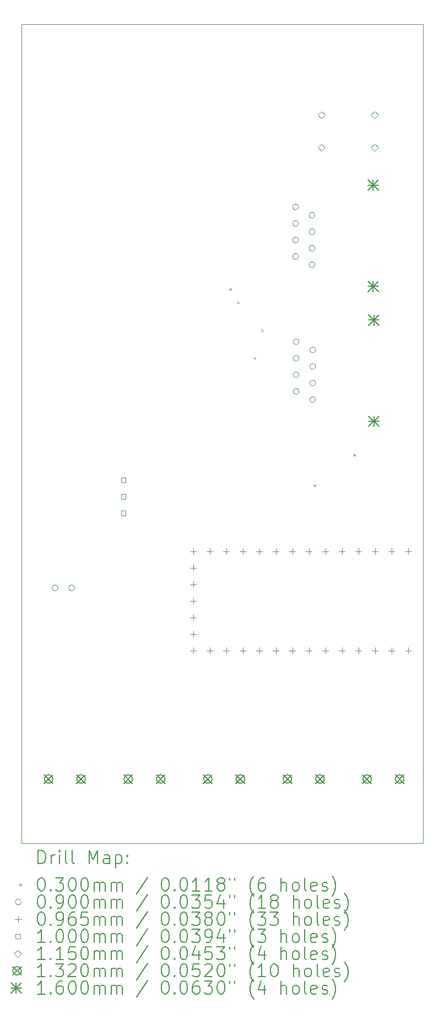
<source format=gbr>
%TF.GenerationSoftware,KiCad,Pcbnew,8.0.0*%
%TF.CreationDate,2024-08-30T13:19:38-05:00*%
%TF.ProjectId,Rain and Switches Control Board,5261696e-2061-46e6-9420-537769746368,rev?*%
%TF.SameCoordinates,Original*%
%TF.FileFunction,Drillmap*%
%TF.FilePolarity,Positive*%
%FSLAX45Y45*%
G04 Gerber Fmt 4.5, Leading zero omitted, Abs format (unit mm)*
G04 Created by KiCad (PCBNEW 8.0.0) date 2024-08-30 13:19:38*
%MOMM*%
%LPD*%
G01*
G04 APERTURE LIST*
%ADD10C,0.050000*%
%ADD11C,0.200000*%
%ADD12C,0.100000*%
%ADD13C,0.115000*%
%ADD14C,0.132000*%
%ADD15C,0.160000*%
G04 APERTURE END LIST*
D10*
X12450000Y-2339000D02*
X18620000Y-2339000D01*
X18620000Y-14908000D01*
X12450000Y-14908000D01*
X12450000Y-2339000D01*
D11*
D12*
X15647000Y-6391000D02*
X15677000Y-6421000D01*
X15677000Y-6391000D02*
X15647000Y-6421000D01*
X15768000Y-6594000D02*
X15798000Y-6624000D01*
X15798000Y-6594000D02*
X15768000Y-6624000D01*
X16023500Y-7448500D02*
X16053500Y-7478500D01*
X16053500Y-7448500D02*
X16023500Y-7478500D01*
X16134500Y-7020500D02*
X16164500Y-7050500D01*
X16164500Y-7020500D02*
X16134500Y-7050500D01*
X16942000Y-9404500D02*
X16972000Y-9434500D01*
X16972000Y-9404500D02*
X16942000Y-9434500D01*
X17555500Y-8934574D02*
X17585500Y-8964574D01*
X17585500Y-8934574D02*
X17555500Y-8964574D01*
X13012000Y-10989000D02*
G75*
G02*
X12922000Y-10989000I-45000J0D01*
G01*
X12922000Y-10989000D02*
G75*
G02*
X13012000Y-10989000I45000J0D01*
G01*
X13266000Y-10989000D02*
G75*
G02*
X13176000Y-10989000I-45000J0D01*
G01*
X13176000Y-10989000D02*
G75*
G02*
X13266000Y-10989000I45000J0D01*
G01*
X16707500Y-5140500D02*
G75*
G02*
X16617500Y-5140500I-45000J0D01*
G01*
X16617500Y-5140500D02*
G75*
G02*
X16707500Y-5140500I45000J0D01*
G01*
X16707500Y-5394500D02*
G75*
G02*
X16617500Y-5394500I-45000J0D01*
G01*
X16617500Y-5394500D02*
G75*
G02*
X16707500Y-5394500I45000J0D01*
G01*
X16707500Y-5648500D02*
G75*
G02*
X16617500Y-5648500I-45000J0D01*
G01*
X16617500Y-5648500D02*
G75*
G02*
X16707500Y-5648500I45000J0D01*
G01*
X16707500Y-5902500D02*
G75*
G02*
X16617500Y-5902500I-45000J0D01*
G01*
X16617500Y-5902500D02*
G75*
G02*
X16707500Y-5902500I45000J0D01*
G01*
X16718000Y-7211000D02*
G75*
G02*
X16628000Y-7211000I-45000J0D01*
G01*
X16628000Y-7211000D02*
G75*
G02*
X16718000Y-7211000I45000J0D01*
G01*
X16718000Y-7465000D02*
G75*
G02*
X16628000Y-7465000I-45000J0D01*
G01*
X16628000Y-7465000D02*
G75*
G02*
X16718000Y-7465000I45000J0D01*
G01*
X16718000Y-7719000D02*
G75*
G02*
X16628000Y-7719000I-45000J0D01*
G01*
X16628000Y-7719000D02*
G75*
G02*
X16718000Y-7719000I45000J0D01*
G01*
X16718000Y-7973000D02*
G75*
G02*
X16628000Y-7973000I-45000J0D01*
G01*
X16628000Y-7973000D02*
G75*
G02*
X16718000Y-7973000I45000J0D01*
G01*
X16961500Y-5267500D02*
G75*
G02*
X16871500Y-5267500I-45000J0D01*
G01*
X16871500Y-5267500D02*
G75*
G02*
X16961500Y-5267500I45000J0D01*
G01*
X16961500Y-5521500D02*
G75*
G02*
X16871500Y-5521500I-45000J0D01*
G01*
X16871500Y-5521500D02*
G75*
G02*
X16961500Y-5521500I45000J0D01*
G01*
X16961500Y-5775500D02*
G75*
G02*
X16871500Y-5775500I-45000J0D01*
G01*
X16871500Y-5775500D02*
G75*
G02*
X16961500Y-5775500I45000J0D01*
G01*
X16961500Y-6029500D02*
G75*
G02*
X16871500Y-6029500I-45000J0D01*
G01*
X16871500Y-6029500D02*
G75*
G02*
X16961500Y-6029500I45000J0D01*
G01*
X16972000Y-7338000D02*
G75*
G02*
X16882000Y-7338000I-45000J0D01*
G01*
X16882000Y-7338000D02*
G75*
G02*
X16972000Y-7338000I45000J0D01*
G01*
X16972000Y-7592000D02*
G75*
G02*
X16882000Y-7592000I-45000J0D01*
G01*
X16882000Y-7592000D02*
G75*
G02*
X16972000Y-7592000I45000J0D01*
G01*
X16972000Y-7846000D02*
G75*
G02*
X16882000Y-7846000I-45000J0D01*
G01*
X16882000Y-7846000D02*
G75*
G02*
X16972000Y-7846000I45000J0D01*
G01*
X16972000Y-8100000D02*
G75*
G02*
X16882000Y-8100000I-45000J0D01*
G01*
X16882000Y-8100000D02*
G75*
G02*
X16972000Y-8100000I45000J0D01*
G01*
X15089500Y-10378250D02*
X15089500Y-10474750D01*
X15041250Y-10426500D02*
X15137750Y-10426500D01*
X15089500Y-10632250D02*
X15089500Y-10728750D01*
X15041250Y-10680500D02*
X15137750Y-10680500D01*
X15089500Y-10886250D02*
X15089500Y-10982750D01*
X15041250Y-10934500D02*
X15137750Y-10934500D01*
X15089500Y-11140250D02*
X15089500Y-11236750D01*
X15041250Y-11188500D02*
X15137750Y-11188500D01*
X15089500Y-11394250D02*
X15089500Y-11490750D01*
X15041250Y-11442500D02*
X15137750Y-11442500D01*
X15089500Y-11648250D02*
X15089500Y-11744750D01*
X15041250Y-11696500D02*
X15137750Y-11696500D01*
X15089500Y-11902250D02*
X15089500Y-11998750D01*
X15041250Y-11950500D02*
X15137750Y-11950500D01*
X15343500Y-10378250D02*
X15343500Y-10474750D01*
X15295250Y-10426500D02*
X15391750Y-10426500D01*
X15343500Y-11902250D02*
X15343500Y-11998750D01*
X15295250Y-11950500D02*
X15391750Y-11950500D01*
X15597500Y-10378250D02*
X15597500Y-10474750D01*
X15549250Y-10426500D02*
X15645750Y-10426500D01*
X15597500Y-11902250D02*
X15597500Y-11998750D01*
X15549250Y-11950500D02*
X15645750Y-11950500D01*
X15851500Y-10378250D02*
X15851500Y-10474750D01*
X15803250Y-10426500D02*
X15899750Y-10426500D01*
X15851500Y-11902250D02*
X15851500Y-11998750D01*
X15803250Y-11950500D02*
X15899750Y-11950500D01*
X16105500Y-10378250D02*
X16105500Y-10474750D01*
X16057250Y-10426500D02*
X16153750Y-10426500D01*
X16105500Y-11902250D02*
X16105500Y-11998750D01*
X16057250Y-11950500D02*
X16153750Y-11950500D01*
X16359500Y-10378250D02*
X16359500Y-10474750D01*
X16311250Y-10426500D02*
X16407750Y-10426500D01*
X16359500Y-11902250D02*
X16359500Y-11998750D01*
X16311250Y-11950500D02*
X16407750Y-11950500D01*
X16613500Y-10378250D02*
X16613500Y-10474750D01*
X16565250Y-10426500D02*
X16661750Y-10426500D01*
X16613500Y-11902250D02*
X16613500Y-11998750D01*
X16565250Y-11950500D02*
X16661750Y-11950500D01*
X16867500Y-10378250D02*
X16867500Y-10474750D01*
X16819250Y-10426500D02*
X16915750Y-10426500D01*
X16867500Y-11902250D02*
X16867500Y-11998750D01*
X16819250Y-11950500D02*
X16915750Y-11950500D01*
X17121500Y-10378250D02*
X17121500Y-10474750D01*
X17073250Y-10426500D02*
X17169750Y-10426500D01*
X17121500Y-11902250D02*
X17121500Y-11998750D01*
X17073250Y-11950500D02*
X17169750Y-11950500D01*
X17375500Y-10378250D02*
X17375500Y-10474750D01*
X17327250Y-10426500D02*
X17423750Y-10426500D01*
X17375500Y-11902250D02*
X17375500Y-11998750D01*
X17327250Y-11950500D02*
X17423750Y-11950500D01*
X17629500Y-10378250D02*
X17629500Y-10474750D01*
X17581250Y-10426500D02*
X17677750Y-10426500D01*
X17629500Y-11902250D02*
X17629500Y-11998750D01*
X17581250Y-11950500D02*
X17677750Y-11950500D01*
X17883500Y-10378250D02*
X17883500Y-10474750D01*
X17835250Y-10426500D02*
X17931750Y-10426500D01*
X17883500Y-11902250D02*
X17883500Y-11998750D01*
X17835250Y-11950500D02*
X17931750Y-11950500D01*
X18137500Y-10378250D02*
X18137500Y-10474750D01*
X18089250Y-10426500D02*
X18185750Y-10426500D01*
X18137500Y-11902250D02*
X18137500Y-11998750D01*
X18089250Y-11950500D02*
X18185750Y-11950500D01*
X18391500Y-10378250D02*
X18391500Y-10474750D01*
X18343250Y-10426500D02*
X18439750Y-10426500D01*
X18391500Y-11902250D02*
X18391500Y-11998750D01*
X18343250Y-11950500D02*
X18439750Y-11950500D01*
X14053356Y-9370356D02*
X14053356Y-9299644D01*
X13982644Y-9299644D01*
X13982644Y-9370356D01*
X14053356Y-9370356D01*
X14053356Y-9624356D02*
X14053356Y-9553644D01*
X13982644Y-9553644D01*
X13982644Y-9624356D01*
X14053356Y-9624356D01*
X14053356Y-9878356D02*
X14053356Y-9807644D01*
X13982644Y-9807644D01*
X13982644Y-9878356D01*
X14053356Y-9878356D01*
D13*
X17060000Y-3786000D02*
X17117500Y-3728500D01*
X17060000Y-3671000D01*
X17002500Y-3728500D01*
X17060000Y-3786000D01*
X17060000Y-4286000D02*
X17117500Y-4228500D01*
X17060000Y-4171000D01*
X17002500Y-4228500D01*
X17060000Y-4286000D01*
X17880000Y-3786000D02*
X17937500Y-3728500D01*
X17880000Y-3671000D01*
X17822500Y-3728500D01*
X17880000Y-3786000D01*
X17880000Y-4286000D02*
X17937500Y-4228500D01*
X17880000Y-4171000D01*
X17822500Y-4228500D01*
X17880000Y-4286000D01*
D14*
X12800000Y-13859000D02*
X12932000Y-13991000D01*
X12932000Y-13859000D02*
X12800000Y-13991000D01*
X12932000Y-13925000D02*
G75*
G02*
X12800000Y-13925000I-66000J0D01*
G01*
X12800000Y-13925000D02*
G75*
G02*
X12932000Y-13925000I66000J0D01*
G01*
X13300000Y-13859000D02*
X13432000Y-13991000D01*
X13432000Y-13859000D02*
X13300000Y-13991000D01*
X13432000Y-13925000D02*
G75*
G02*
X13300000Y-13925000I-66000J0D01*
G01*
X13300000Y-13925000D02*
G75*
G02*
X13432000Y-13925000I66000J0D01*
G01*
X14024000Y-13859000D02*
X14156000Y-13991000D01*
X14156000Y-13859000D02*
X14024000Y-13991000D01*
X14156000Y-13925000D02*
G75*
G02*
X14024000Y-13925000I-66000J0D01*
G01*
X14024000Y-13925000D02*
G75*
G02*
X14156000Y-13925000I66000J0D01*
G01*
X14524000Y-13859000D02*
X14656000Y-13991000D01*
X14656000Y-13859000D02*
X14524000Y-13991000D01*
X14656000Y-13925000D02*
G75*
G02*
X14524000Y-13925000I-66000J0D01*
G01*
X14524000Y-13925000D02*
G75*
G02*
X14656000Y-13925000I66000J0D01*
G01*
X15248000Y-13859000D02*
X15380000Y-13991000D01*
X15380000Y-13859000D02*
X15248000Y-13991000D01*
X15380000Y-13925000D02*
G75*
G02*
X15248000Y-13925000I-66000J0D01*
G01*
X15248000Y-13925000D02*
G75*
G02*
X15380000Y-13925000I66000J0D01*
G01*
X15748000Y-13859000D02*
X15880000Y-13991000D01*
X15880000Y-13859000D02*
X15748000Y-13991000D01*
X15880000Y-13925000D02*
G75*
G02*
X15748000Y-13925000I-66000J0D01*
G01*
X15748000Y-13925000D02*
G75*
G02*
X15880000Y-13925000I66000J0D01*
G01*
X16472000Y-13859000D02*
X16604000Y-13991000D01*
X16604000Y-13859000D02*
X16472000Y-13991000D01*
X16604000Y-13925000D02*
G75*
G02*
X16472000Y-13925000I-66000J0D01*
G01*
X16472000Y-13925000D02*
G75*
G02*
X16604000Y-13925000I66000J0D01*
G01*
X16972000Y-13859000D02*
X17104000Y-13991000D01*
X17104000Y-13859000D02*
X16972000Y-13991000D01*
X17104000Y-13925000D02*
G75*
G02*
X16972000Y-13925000I-66000J0D01*
G01*
X16972000Y-13925000D02*
G75*
G02*
X17104000Y-13925000I66000J0D01*
G01*
X17696000Y-13859000D02*
X17828000Y-13991000D01*
X17828000Y-13859000D02*
X17696000Y-13991000D01*
X17828000Y-13925000D02*
G75*
G02*
X17696000Y-13925000I-66000J0D01*
G01*
X17696000Y-13925000D02*
G75*
G02*
X17828000Y-13925000I66000J0D01*
G01*
X18196000Y-13859000D02*
X18328000Y-13991000D01*
X18328000Y-13859000D02*
X18196000Y-13991000D01*
X18328000Y-13925000D02*
G75*
G02*
X18196000Y-13925000I-66000J0D01*
G01*
X18196000Y-13925000D02*
G75*
G02*
X18328000Y-13925000I66000J0D01*
G01*
D15*
X17776500Y-4728000D02*
X17936500Y-4888000D01*
X17936500Y-4728000D02*
X17776500Y-4888000D01*
X17856500Y-4728000D02*
X17856500Y-4888000D01*
X17776500Y-4808000D02*
X17936500Y-4808000D01*
X17776500Y-6282000D02*
X17936500Y-6442000D01*
X17936500Y-6282000D02*
X17776500Y-6442000D01*
X17856500Y-6282000D02*
X17856500Y-6442000D01*
X17776500Y-6362000D02*
X17936500Y-6362000D01*
X17787000Y-6798500D02*
X17947000Y-6958500D01*
X17947000Y-6798500D02*
X17787000Y-6958500D01*
X17867000Y-6798500D02*
X17867000Y-6958500D01*
X17787000Y-6878500D02*
X17947000Y-6878500D01*
X17787000Y-8352500D02*
X17947000Y-8512500D01*
X17947000Y-8352500D02*
X17787000Y-8512500D01*
X17867000Y-8352500D02*
X17867000Y-8512500D01*
X17787000Y-8432500D02*
X17947000Y-8432500D01*
D11*
X12708277Y-15221984D02*
X12708277Y-15021984D01*
X12708277Y-15021984D02*
X12755896Y-15021984D01*
X12755896Y-15021984D02*
X12784467Y-15031508D01*
X12784467Y-15031508D02*
X12803515Y-15050555D01*
X12803515Y-15050555D02*
X12813039Y-15069603D01*
X12813039Y-15069603D02*
X12822562Y-15107698D01*
X12822562Y-15107698D02*
X12822562Y-15136269D01*
X12822562Y-15136269D02*
X12813039Y-15174365D01*
X12813039Y-15174365D02*
X12803515Y-15193412D01*
X12803515Y-15193412D02*
X12784467Y-15212460D01*
X12784467Y-15212460D02*
X12755896Y-15221984D01*
X12755896Y-15221984D02*
X12708277Y-15221984D01*
X12908277Y-15221984D02*
X12908277Y-15088650D01*
X12908277Y-15126746D02*
X12917801Y-15107698D01*
X12917801Y-15107698D02*
X12927324Y-15098174D01*
X12927324Y-15098174D02*
X12946372Y-15088650D01*
X12946372Y-15088650D02*
X12965420Y-15088650D01*
X13032086Y-15221984D02*
X13032086Y-15088650D01*
X13032086Y-15021984D02*
X13022562Y-15031508D01*
X13022562Y-15031508D02*
X13032086Y-15041031D01*
X13032086Y-15041031D02*
X13041610Y-15031508D01*
X13041610Y-15031508D02*
X13032086Y-15021984D01*
X13032086Y-15021984D02*
X13032086Y-15041031D01*
X13155896Y-15221984D02*
X13136848Y-15212460D01*
X13136848Y-15212460D02*
X13127324Y-15193412D01*
X13127324Y-15193412D02*
X13127324Y-15021984D01*
X13260658Y-15221984D02*
X13241610Y-15212460D01*
X13241610Y-15212460D02*
X13232086Y-15193412D01*
X13232086Y-15193412D02*
X13232086Y-15021984D01*
X13489229Y-15221984D02*
X13489229Y-15021984D01*
X13489229Y-15021984D02*
X13555896Y-15164841D01*
X13555896Y-15164841D02*
X13622562Y-15021984D01*
X13622562Y-15021984D02*
X13622562Y-15221984D01*
X13803515Y-15221984D02*
X13803515Y-15117222D01*
X13803515Y-15117222D02*
X13793991Y-15098174D01*
X13793991Y-15098174D02*
X13774943Y-15088650D01*
X13774943Y-15088650D02*
X13736848Y-15088650D01*
X13736848Y-15088650D02*
X13717801Y-15098174D01*
X13803515Y-15212460D02*
X13784467Y-15221984D01*
X13784467Y-15221984D02*
X13736848Y-15221984D01*
X13736848Y-15221984D02*
X13717801Y-15212460D01*
X13717801Y-15212460D02*
X13708277Y-15193412D01*
X13708277Y-15193412D02*
X13708277Y-15174365D01*
X13708277Y-15174365D02*
X13717801Y-15155317D01*
X13717801Y-15155317D02*
X13736848Y-15145793D01*
X13736848Y-15145793D02*
X13784467Y-15145793D01*
X13784467Y-15145793D02*
X13803515Y-15136269D01*
X13898753Y-15088650D02*
X13898753Y-15288650D01*
X13898753Y-15098174D02*
X13917801Y-15088650D01*
X13917801Y-15088650D02*
X13955896Y-15088650D01*
X13955896Y-15088650D02*
X13974943Y-15098174D01*
X13974943Y-15098174D02*
X13984467Y-15107698D01*
X13984467Y-15107698D02*
X13993991Y-15126746D01*
X13993991Y-15126746D02*
X13993991Y-15183888D01*
X13993991Y-15183888D02*
X13984467Y-15202936D01*
X13984467Y-15202936D02*
X13974943Y-15212460D01*
X13974943Y-15212460D02*
X13955896Y-15221984D01*
X13955896Y-15221984D02*
X13917801Y-15221984D01*
X13917801Y-15221984D02*
X13898753Y-15212460D01*
X14079705Y-15202936D02*
X14089229Y-15212460D01*
X14089229Y-15212460D02*
X14079705Y-15221984D01*
X14079705Y-15221984D02*
X14070182Y-15212460D01*
X14070182Y-15212460D02*
X14079705Y-15202936D01*
X14079705Y-15202936D02*
X14079705Y-15221984D01*
X14079705Y-15098174D02*
X14089229Y-15107698D01*
X14089229Y-15107698D02*
X14079705Y-15117222D01*
X14079705Y-15117222D02*
X14070182Y-15107698D01*
X14070182Y-15107698D02*
X14079705Y-15098174D01*
X14079705Y-15098174D02*
X14079705Y-15117222D01*
D12*
X12417500Y-15535500D02*
X12447500Y-15565500D01*
X12447500Y-15535500D02*
X12417500Y-15565500D01*
D11*
X12746372Y-15441984D02*
X12765420Y-15441984D01*
X12765420Y-15441984D02*
X12784467Y-15451508D01*
X12784467Y-15451508D02*
X12793991Y-15461031D01*
X12793991Y-15461031D02*
X12803515Y-15480079D01*
X12803515Y-15480079D02*
X12813039Y-15518174D01*
X12813039Y-15518174D02*
X12813039Y-15565793D01*
X12813039Y-15565793D02*
X12803515Y-15603888D01*
X12803515Y-15603888D02*
X12793991Y-15622936D01*
X12793991Y-15622936D02*
X12784467Y-15632460D01*
X12784467Y-15632460D02*
X12765420Y-15641984D01*
X12765420Y-15641984D02*
X12746372Y-15641984D01*
X12746372Y-15641984D02*
X12727324Y-15632460D01*
X12727324Y-15632460D02*
X12717801Y-15622936D01*
X12717801Y-15622936D02*
X12708277Y-15603888D01*
X12708277Y-15603888D02*
X12698753Y-15565793D01*
X12698753Y-15565793D02*
X12698753Y-15518174D01*
X12698753Y-15518174D02*
X12708277Y-15480079D01*
X12708277Y-15480079D02*
X12717801Y-15461031D01*
X12717801Y-15461031D02*
X12727324Y-15451508D01*
X12727324Y-15451508D02*
X12746372Y-15441984D01*
X12898753Y-15622936D02*
X12908277Y-15632460D01*
X12908277Y-15632460D02*
X12898753Y-15641984D01*
X12898753Y-15641984D02*
X12889229Y-15632460D01*
X12889229Y-15632460D02*
X12898753Y-15622936D01*
X12898753Y-15622936D02*
X12898753Y-15641984D01*
X12974943Y-15441984D02*
X13098753Y-15441984D01*
X13098753Y-15441984D02*
X13032086Y-15518174D01*
X13032086Y-15518174D02*
X13060658Y-15518174D01*
X13060658Y-15518174D02*
X13079705Y-15527698D01*
X13079705Y-15527698D02*
X13089229Y-15537222D01*
X13089229Y-15537222D02*
X13098753Y-15556269D01*
X13098753Y-15556269D02*
X13098753Y-15603888D01*
X13098753Y-15603888D02*
X13089229Y-15622936D01*
X13089229Y-15622936D02*
X13079705Y-15632460D01*
X13079705Y-15632460D02*
X13060658Y-15641984D01*
X13060658Y-15641984D02*
X13003515Y-15641984D01*
X13003515Y-15641984D02*
X12984467Y-15632460D01*
X12984467Y-15632460D02*
X12974943Y-15622936D01*
X13222562Y-15441984D02*
X13241610Y-15441984D01*
X13241610Y-15441984D02*
X13260658Y-15451508D01*
X13260658Y-15451508D02*
X13270182Y-15461031D01*
X13270182Y-15461031D02*
X13279705Y-15480079D01*
X13279705Y-15480079D02*
X13289229Y-15518174D01*
X13289229Y-15518174D02*
X13289229Y-15565793D01*
X13289229Y-15565793D02*
X13279705Y-15603888D01*
X13279705Y-15603888D02*
X13270182Y-15622936D01*
X13270182Y-15622936D02*
X13260658Y-15632460D01*
X13260658Y-15632460D02*
X13241610Y-15641984D01*
X13241610Y-15641984D02*
X13222562Y-15641984D01*
X13222562Y-15641984D02*
X13203515Y-15632460D01*
X13203515Y-15632460D02*
X13193991Y-15622936D01*
X13193991Y-15622936D02*
X13184467Y-15603888D01*
X13184467Y-15603888D02*
X13174943Y-15565793D01*
X13174943Y-15565793D02*
X13174943Y-15518174D01*
X13174943Y-15518174D02*
X13184467Y-15480079D01*
X13184467Y-15480079D02*
X13193991Y-15461031D01*
X13193991Y-15461031D02*
X13203515Y-15451508D01*
X13203515Y-15451508D02*
X13222562Y-15441984D01*
X13413039Y-15441984D02*
X13432086Y-15441984D01*
X13432086Y-15441984D02*
X13451134Y-15451508D01*
X13451134Y-15451508D02*
X13460658Y-15461031D01*
X13460658Y-15461031D02*
X13470182Y-15480079D01*
X13470182Y-15480079D02*
X13479705Y-15518174D01*
X13479705Y-15518174D02*
X13479705Y-15565793D01*
X13479705Y-15565793D02*
X13470182Y-15603888D01*
X13470182Y-15603888D02*
X13460658Y-15622936D01*
X13460658Y-15622936D02*
X13451134Y-15632460D01*
X13451134Y-15632460D02*
X13432086Y-15641984D01*
X13432086Y-15641984D02*
X13413039Y-15641984D01*
X13413039Y-15641984D02*
X13393991Y-15632460D01*
X13393991Y-15632460D02*
X13384467Y-15622936D01*
X13384467Y-15622936D02*
X13374943Y-15603888D01*
X13374943Y-15603888D02*
X13365420Y-15565793D01*
X13365420Y-15565793D02*
X13365420Y-15518174D01*
X13365420Y-15518174D02*
X13374943Y-15480079D01*
X13374943Y-15480079D02*
X13384467Y-15461031D01*
X13384467Y-15461031D02*
X13393991Y-15451508D01*
X13393991Y-15451508D02*
X13413039Y-15441984D01*
X13565420Y-15641984D02*
X13565420Y-15508650D01*
X13565420Y-15527698D02*
X13574943Y-15518174D01*
X13574943Y-15518174D02*
X13593991Y-15508650D01*
X13593991Y-15508650D02*
X13622563Y-15508650D01*
X13622563Y-15508650D02*
X13641610Y-15518174D01*
X13641610Y-15518174D02*
X13651134Y-15537222D01*
X13651134Y-15537222D02*
X13651134Y-15641984D01*
X13651134Y-15537222D02*
X13660658Y-15518174D01*
X13660658Y-15518174D02*
X13679705Y-15508650D01*
X13679705Y-15508650D02*
X13708277Y-15508650D01*
X13708277Y-15508650D02*
X13727324Y-15518174D01*
X13727324Y-15518174D02*
X13736848Y-15537222D01*
X13736848Y-15537222D02*
X13736848Y-15641984D01*
X13832086Y-15641984D02*
X13832086Y-15508650D01*
X13832086Y-15527698D02*
X13841610Y-15518174D01*
X13841610Y-15518174D02*
X13860658Y-15508650D01*
X13860658Y-15508650D02*
X13889229Y-15508650D01*
X13889229Y-15508650D02*
X13908277Y-15518174D01*
X13908277Y-15518174D02*
X13917801Y-15537222D01*
X13917801Y-15537222D02*
X13917801Y-15641984D01*
X13917801Y-15537222D02*
X13927324Y-15518174D01*
X13927324Y-15518174D02*
X13946372Y-15508650D01*
X13946372Y-15508650D02*
X13974943Y-15508650D01*
X13974943Y-15508650D02*
X13993991Y-15518174D01*
X13993991Y-15518174D02*
X14003515Y-15537222D01*
X14003515Y-15537222D02*
X14003515Y-15641984D01*
X14393991Y-15432460D02*
X14222563Y-15689603D01*
X14651134Y-15441984D02*
X14670182Y-15441984D01*
X14670182Y-15441984D02*
X14689229Y-15451508D01*
X14689229Y-15451508D02*
X14698753Y-15461031D01*
X14698753Y-15461031D02*
X14708277Y-15480079D01*
X14708277Y-15480079D02*
X14717801Y-15518174D01*
X14717801Y-15518174D02*
X14717801Y-15565793D01*
X14717801Y-15565793D02*
X14708277Y-15603888D01*
X14708277Y-15603888D02*
X14698753Y-15622936D01*
X14698753Y-15622936D02*
X14689229Y-15632460D01*
X14689229Y-15632460D02*
X14670182Y-15641984D01*
X14670182Y-15641984D02*
X14651134Y-15641984D01*
X14651134Y-15641984D02*
X14632086Y-15632460D01*
X14632086Y-15632460D02*
X14622563Y-15622936D01*
X14622563Y-15622936D02*
X14613039Y-15603888D01*
X14613039Y-15603888D02*
X14603515Y-15565793D01*
X14603515Y-15565793D02*
X14603515Y-15518174D01*
X14603515Y-15518174D02*
X14613039Y-15480079D01*
X14613039Y-15480079D02*
X14622563Y-15461031D01*
X14622563Y-15461031D02*
X14632086Y-15451508D01*
X14632086Y-15451508D02*
X14651134Y-15441984D01*
X14803515Y-15622936D02*
X14813039Y-15632460D01*
X14813039Y-15632460D02*
X14803515Y-15641984D01*
X14803515Y-15641984D02*
X14793991Y-15632460D01*
X14793991Y-15632460D02*
X14803515Y-15622936D01*
X14803515Y-15622936D02*
X14803515Y-15641984D01*
X14936848Y-15441984D02*
X14955896Y-15441984D01*
X14955896Y-15441984D02*
X14974944Y-15451508D01*
X14974944Y-15451508D02*
X14984467Y-15461031D01*
X14984467Y-15461031D02*
X14993991Y-15480079D01*
X14993991Y-15480079D02*
X15003515Y-15518174D01*
X15003515Y-15518174D02*
X15003515Y-15565793D01*
X15003515Y-15565793D02*
X14993991Y-15603888D01*
X14993991Y-15603888D02*
X14984467Y-15622936D01*
X14984467Y-15622936D02*
X14974944Y-15632460D01*
X14974944Y-15632460D02*
X14955896Y-15641984D01*
X14955896Y-15641984D02*
X14936848Y-15641984D01*
X14936848Y-15641984D02*
X14917801Y-15632460D01*
X14917801Y-15632460D02*
X14908277Y-15622936D01*
X14908277Y-15622936D02*
X14898753Y-15603888D01*
X14898753Y-15603888D02*
X14889229Y-15565793D01*
X14889229Y-15565793D02*
X14889229Y-15518174D01*
X14889229Y-15518174D02*
X14898753Y-15480079D01*
X14898753Y-15480079D02*
X14908277Y-15461031D01*
X14908277Y-15461031D02*
X14917801Y-15451508D01*
X14917801Y-15451508D02*
X14936848Y-15441984D01*
X15193991Y-15641984D02*
X15079706Y-15641984D01*
X15136848Y-15641984D02*
X15136848Y-15441984D01*
X15136848Y-15441984D02*
X15117801Y-15470555D01*
X15117801Y-15470555D02*
X15098753Y-15489603D01*
X15098753Y-15489603D02*
X15079706Y-15499127D01*
X15384467Y-15641984D02*
X15270182Y-15641984D01*
X15327325Y-15641984D02*
X15327325Y-15441984D01*
X15327325Y-15441984D02*
X15308277Y-15470555D01*
X15308277Y-15470555D02*
X15289229Y-15489603D01*
X15289229Y-15489603D02*
X15270182Y-15499127D01*
X15498753Y-15527698D02*
X15479706Y-15518174D01*
X15479706Y-15518174D02*
X15470182Y-15508650D01*
X15470182Y-15508650D02*
X15460658Y-15489603D01*
X15460658Y-15489603D02*
X15460658Y-15480079D01*
X15460658Y-15480079D02*
X15470182Y-15461031D01*
X15470182Y-15461031D02*
X15479706Y-15451508D01*
X15479706Y-15451508D02*
X15498753Y-15441984D01*
X15498753Y-15441984D02*
X15536848Y-15441984D01*
X15536848Y-15441984D02*
X15555896Y-15451508D01*
X15555896Y-15451508D02*
X15565420Y-15461031D01*
X15565420Y-15461031D02*
X15574944Y-15480079D01*
X15574944Y-15480079D02*
X15574944Y-15489603D01*
X15574944Y-15489603D02*
X15565420Y-15508650D01*
X15565420Y-15508650D02*
X15555896Y-15518174D01*
X15555896Y-15518174D02*
X15536848Y-15527698D01*
X15536848Y-15527698D02*
X15498753Y-15527698D01*
X15498753Y-15527698D02*
X15479706Y-15537222D01*
X15479706Y-15537222D02*
X15470182Y-15546746D01*
X15470182Y-15546746D02*
X15460658Y-15565793D01*
X15460658Y-15565793D02*
X15460658Y-15603888D01*
X15460658Y-15603888D02*
X15470182Y-15622936D01*
X15470182Y-15622936D02*
X15479706Y-15632460D01*
X15479706Y-15632460D02*
X15498753Y-15641984D01*
X15498753Y-15641984D02*
X15536848Y-15641984D01*
X15536848Y-15641984D02*
X15555896Y-15632460D01*
X15555896Y-15632460D02*
X15565420Y-15622936D01*
X15565420Y-15622936D02*
X15574944Y-15603888D01*
X15574944Y-15603888D02*
X15574944Y-15565793D01*
X15574944Y-15565793D02*
X15565420Y-15546746D01*
X15565420Y-15546746D02*
X15555896Y-15537222D01*
X15555896Y-15537222D02*
X15536848Y-15527698D01*
X15651134Y-15441984D02*
X15651134Y-15480079D01*
X15727325Y-15441984D02*
X15727325Y-15480079D01*
X16022563Y-15718174D02*
X16013039Y-15708650D01*
X16013039Y-15708650D02*
X15993991Y-15680079D01*
X15993991Y-15680079D02*
X15984468Y-15661031D01*
X15984468Y-15661031D02*
X15974944Y-15632460D01*
X15974944Y-15632460D02*
X15965420Y-15584841D01*
X15965420Y-15584841D02*
X15965420Y-15546746D01*
X15965420Y-15546746D02*
X15974944Y-15499127D01*
X15974944Y-15499127D02*
X15984468Y-15470555D01*
X15984468Y-15470555D02*
X15993991Y-15451508D01*
X15993991Y-15451508D02*
X16013039Y-15422936D01*
X16013039Y-15422936D02*
X16022563Y-15413412D01*
X16184468Y-15441984D02*
X16146372Y-15441984D01*
X16146372Y-15441984D02*
X16127325Y-15451508D01*
X16127325Y-15451508D02*
X16117801Y-15461031D01*
X16117801Y-15461031D02*
X16098753Y-15489603D01*
X16098753Y-15489603D02*
X16089229Y-15527698D01*
X16089229Y-15527698D02*
X16089229Y-15603888D01*
X16089229Y-15603888D02*
X16098753Y-15622936D01*
X16098753Y-15622936D02*
X16108277Y-15632460D01*
X16108277Y-15632460D02*
X16127325Y-15641984D01*
X16127325Y-15641984D02*
X16165420Y-15641984D01*
X16165420Y-15641984D02*
X16184468Y-15632460D01*
X16184468Y-15632460D02*
X16193991Y-15622936D01*
X16193991Y-15622936D02*
X16203515Y-15603888D01*
X16203515Y-15603888D02*
X16203515Y-15556269D01*
X16203515Y-15556269D02*
X16193991Y-15537222D01*
X16193991Y-15537222D02*
X16184468Y-15527698D01*
X16184468Y-15527698D02*
X16165420Y-15518174D01*
X16165420Y-15518174D02*
X16127325Y-15518174D01*
X16127325Y-15518174D02*
X16108277Y-15527698D01*
X16108277Y-15527698D02*
X16098753Y-15537222D01*
X16098753Y-15537222D02*
X16089229Y-15556269D01*
X16441610Y-15641984D02*
X16441610Y-15441984D01*
X16527325Y-15641984D02*
X16527325Y-15537222D01*
X16527325Y-15537222D02*
X16517801Y-15518174D01*
X16517801Y-15518174D02*
X16498753Y-15508650D01*
X16498753Y-15508650D02*
X16470182Y-15508650D01*
X16470182Y-15508650D02*
X16451134Y-15518174D01*
X16451134Y-15518174D02*
X16441610Y-15527698D01*
X16651134Y-15641984D02*
X16632087Y-15632460D01*
X16632087Y-15632460D02*
X16622563Y-15622936D01*
X16622563Y-15622936D02*
X16613039Y-15603888D01*
X16613039Y-15603888D02*
X16613039Y-15546746D01*
X16613039Y-15546746D02*
X16622563Y-15527698D01*
X16622563Y-15527698D02*
X16632087Y-15518174D01*
X16632087Y-15518174D02*
X16651134Y-15508650D01*
X16651134Y-15508650D02*
X16679706Y-15508650D01*
X16679706Y-15508650D02*
X16698753Y-15518174D01*
X16698753Y-15518174D02*
X16708277Y-15527698D01*
X16708277Y-15527698D02*
X16717801Y-15546746D01*
X16717801Y-15546746D02*
X16717801Y-15603888D01*
X16717801Y-15603888D02*
X16708277Y-15622936D01*
X16708277Y-15622936D02*
X16698753Y-15632460D01*
X16698753Y-15632460D02*
X16679706Y-15641984D01*
X16679706Y-15641984D02*
X16651134Y-15641984D01*
X16832087Y-15641984D02*
X16813039Y-15632460D01*
X16813039Y-15632460D02*
X16803515Y-15613412D01*
X16803515Y-15613412D02*
X16803515Y-15441984D01*
X16984468Y-15632460D02*
X16965420Y-15641984D01*
X16965420Y-15641984D02*
X16927325Y-15641984D01*
X16927325Y-15641984D02*
X16908277Y-15632460D01*
X16908277Y-15632460D02*
X16898753Y-15613412D01*
X16898753Y-15613412D02*
X16898753Y-15537222D01*
X16898753Y-15537222D02*
X16908277Y-15518174D01*
X16908277Y-15518174D02*
X16927325Y-15508650D01*
X16927325Y-15508650D02*
X16965420Y-15508650D01*
X16965420Y-15508650D02*
X16984468Y-15518174D01*
X16984468Y-15518174D02*
X16993992Y-15537222D01*
X16993992Y-15537222D02*
X16993992Y-15556269D01*
X16993992Y-15556269D02*
X16898753Y-15575317D01*
X17070182Y-15632460D02*
X17089230Y-15641984D01*
X17089230Y-15641984D02*
X17127325Y-15641984D01*
X17127325Y-15641984D02*
X17146373Y-15632460D01*
X17146373Y-15632460D02*
X17155896Y-15613412D01*
X17155896Y-15613412D02*
X17155896Y-15603888D01*
X17155896Y-15603888D02*
X17146373Y-15584841D01*
X17146373Y-15584841D02*
X17127325Y-15575317D01*
X17127325Y-15575317D02*
X17098753Y-15575317D01*
X17098753Y-15575317D02*
X17079706Y-15565793D01*
X17079706Y-15565793D02*
X17070182Y-15546746D01*
X17070182Y-15546746D02*
X17070182Y-15537222D01*
X17070182Y-15537222D02*
X17079706Y-15518174D01*
X17079706Y-15518174D02*
X17098753Y-15508650D01*
X17098753Y-15508650D02*
X17127325Y-15508650D01*
X17127325Y-15508650D02*
X17146373Y-15518174D01*
X17222563Y-15718174D02*
X17232087Y-15708650D01*
X17232087Y-15708650D02*
X17251134Y-15680079D01*
X17251134Y-15680079D02*
X17260658Y-15661031D01*
X17260658Y-15661031D02*
X17270182Y-15632460D01*
X17270182Y-15632460D02*
X17279706Y-15584841D01*
X17279706Y-15584841D02*
X17279706Y-15546746D01*
X17279706Y-15546746D02*
X17270182Y-15499127D01*
X17270182Y-15499127D02*
X17260658Y-15470555D01*
X17260658Y-15470555D02*
X17251134Y-15451508D01*
X17251134Y-15451508D02*
X17232087Y-15422936D01*
X17232087Y-15422936D02*
X17222563Y-15413412D01*
D12*
X12447500Y-15814500D02*
G75*
G02*
X12357500Y-15814500I-45000J0D01*
G01*
X12357500Y-15814500D02*
G75*
G02*
X12447500Y-15814500I45000J0D01*
G01*
D11*
X12746372Y-15705984D02*
X12765420Y-15705984D01*
X12765420Y-15705984D02*
X12784467Y-15715508D01*
X12784467Y-15715508D02*
X12793991Y-15725031D01*
X12793991Y-15725031D02*
X12803515Y-15744079D01*
X12803515Y-15744079D02*
X12813039Y-15782174D01*
X12813039Y-15782174D02*
X12813039Y-15829793D01*
X12813039Y-15829793D02*
X12803515Y-15867888D01*
X12803515Y-15867888D02*
X12793991Y-15886936D01*
X12793991Y-15886936D02*
X12784467Y-15896460D01*
X12784467Y-15896460D02*
X12765420Y-15905984D01*
X12765420Y-15905984D02*
X12746372Y-15905984D01*
X12746372Y-15905984D02*
X12727324Y-15896460D01*
X12727324Y-15896460D02*
X12717801Y-15886936D01*
X12717801Y-15886936D02*
X12708277Y-15867888D01*
X12708277Y-15867888D02*
X12698753Y-15829793D01*
X12698753Y-15829793D02*
X12698753Y-15782174D01*
X12698753Y-15782174D02*
X12708277Y-15744079D01*
X12708277Y-15744079D02*
X12717801Y-15725031D01*
X12717801Y-15725031D02*
X12727324Y-15715508D01*
X12727324Y-15715508D02*
X12746372Y-15705984D01*
X12898753Y-15886936D02*
X12908277Y-15896460D01*
X12908277Y-15896460D02*
X12898753Y-15905984D01*
X12898753Y-15905984D02*
X12889229Y-15896460D01*
X12889229Y-15896460D02*
X12898753Y-15886936D01*
X12898753Y-15886936D02*
X12898753Y-15905984D01*
X13003515Y-15905984D02*
X13041610Y-15905984D01*
X13041610Y-15905984D02*
X13060658Y-15896460D01*
X13060658Y-15896460D02*
X13070182Y-15886936D01*
X13070182Y-15886936D02*
X13089229Y-15858365D01*
X13089229Y-15858365D02*
X13098753Y-15820269D01*
X13098753Y-15820269D02*
X13098753Y-15744079D01*
X13098753Y-15744079D02*
X13089229Y-15725031D01*
X13089229Y-15725031D02*
X13079705Y-15715508D01*
X13079705Y-15715508D02*
X13060658Y-15705984D01*
X13060658Y-15705984D02*
X13022562Y-15705984D01*
X13022562Y-15705984D02*
X13003515Y-15715508D01*
X13003515Y-15715508D02*
X12993991Y-15725031D01*
X12993991Y-15725031D02*
X12984467Y-15744079D01*
X12984467Y-15744079D02*
X12984467Y-15791698D01*
X12984467Y-15791698D02*
X12993991Y-15810746D01*
X12993991Y-15810746D02*
X13003515Y-15820269D01*
X13003515Y-15820269D02*
X13022562Y-15829793D01*
X13022562Y-15829793D02*
X13060658Y-15829793D01*
X13060658Y-15829793D02*
X13079705Y-15820269D01*
X13079705Y-15820269D02*
X13089229Y-15810746D01*
X13089229Y-15810746D02*
X13098753Y-15791698D01*
X13222562Y-15705984D02*
X13241610Y-15705984D01*
X13241610Y-15705984D02*
X13260658Y-15715508D01*
X13260658Y-15715508D02*
X13270182Y-15725031D01*
X13270182Y-15725031D02*
X13279705Y-15744079D01*
X13279705Y-15744079D02*
X13289229Y-15782174D01*
X13289229Y-15782174D02*
X13289229Y-15829793D01*
X13289229Y-15829793D02*
X13279705Y-15867888D01*
X13279705Y-15867888D02*
X13270182Y-15886936D01*
X13270182Y-15886936D02*
X13260658Y-15896460D01*
X13260658Y-15896460D02*
X13241610Y-15905984D01*
X13241610Y-15905984D02*
X13222562Y-15905984D01*
X13222562Y-15905984D02*
X13203515Y-15896460D01*
X13203515Y-15896460D02*
X13193991Y-15886936D01*
X13193991Y-15886936D02*
X13184467Y-15867888D01*
X13184467Y-15867888D02*
X13174943Y-15829793D01*
X13174943Y-15829793D02*
X13174943Y-15782174D01*
X13174943Y-15782174D02*
X13184467Y-15744079D01*
X13184467Y-15744079D02*
X13193991Y-15725031D01*
X13193991Y-15725031D02*
X13203515Y-15715508D01*
X13203515Y-15715508D02*
X13222562Y-15705984D01*
X13413039Y-15705984D02*
X13432086Y-15705984D01*
X13432086Y-15705984D02*
X13451134Y-15715508D01*
X13451134Y-15715508D02*
X13460658Y-15725031D01*
X13460658Y-15725031D02*
X13470182Y-15744079D01*
X13470182Y-15744079D02*
X13479705Y-15782174D01*
X13479705Y-15782174D02*
X13479705Y-15829793D01*
X13479705Y-15829793D02*
X13470182Y-15867888D01*
X13470182Y-15867888D02*
X13460658Y-15886936D01*
X13460658Y-15886936D02*
X13451134Y-15896460D01*
X13451134Y-15896460D02*
X13432086Y-15905984D01*
X13432086Y-15905984D02*
X13413039Y-15905984D01*
X13413039Y-15905984D02*
X13393991Y-15896460D01*
X13393991Y-15896460D02*
X13384467Y-15886936D01*
X13384467Y-15886936D02*
X13374943Y-15867888D01*
X13374943Y-15867888D02*
X13365420Y-15829793D01*
X13365420Y-15829793D02*
X13365420Y-15782174D01*
X13365420Y-15782174D02*
X13374943Y-15744079D01*
X13374943Y-15744079D02*
X13384467Y-15725031D01*
X13384467Y-15725031D02*
X13393991Y-15715508D01*
X13393991Y-15715508D02*
X13413039Y-15705984D01*
X13565420Y-15905984D02*
X13565420Y-15772650D01*
X13565420Y-15791698D02*
X13574943Y-15782174D01*
X13574943Y-15782174D02*
X13593991Y-15772650D01*
X13593991Y-15772650D02*
X13622563Y-15772650D01*
X13622563Y-15772650D02*
X13641610Y-15782174D01*
X13641610Y-15782174D02*
X13651134Y-15801222D01*
X13651134Y-15801222D02*
X13651134Y-15905984D01*
X13651134Y-15801222D02*
X13660658Y-15782174D01*
X13660658Y-15782174D02*
X13679705Y-15772650D01*
X13679705Y-15772650D02*
X13708277Y-15772650D01*
X13708277Y-15772650D02*
X13727324Y-15782174D01*
X13727324Y-15782174D02*
X13736848Y-15801222D01*
X13736848Y-15801222D02*
X13736848Y-15905984D01*
X13832086Y-15905984D02*
X13832086Y-15772650D01*
X13832086Y-15791698D02*
X13841610Y-15782174D01*
X13841610Y-15782174D02*
X13860658Y-15772650D01*
X13860658Y-15772650D02*
X13889229Y-15772650D01*
X13889229Y-15772650D02*
X13908277Y-15782174D01*
X13908277Y-15782174D02*
X13917801Y-15801222D01*
X13917801Y-15801222D02*
X13917801Y-15905984D01*
X13917801Y-15801222D02*
X13927324Y-15782174D01*
X13927324Y-15782174D02*
X13946372Y-15772650D01*
X13946372Y-15772650D02*
X13974943Y-15772650D01*
X13974943Y-15772650D02*
X13993991Y-15782174D01*
X13993991Y-15782174D02*
X14003515Y-15801222D01*
X14003515Y-15801222D02*
X14003515Y-15905984D01*
X14393991Y-15696460D02*
X14222563Y-15953603D01*
X14651134Y-15705984D02*
X14670182Y-15705984D01*
X14670182Y-15705984D02*
X14689229Y-15715508D01*
X14689229Y-15715508D02*
X14698753Y-15725031D01*
X14698753Y-15725031D02*
X14708277Y-15744079D01*
X14708277Y-15744079D02*
X14717801Y-15782174D01*
X14717801Y-15782174D02*
X14717801Y-15829793D01*
X14717801Y-15829793D02*
X14708277Y-15867888D01*
X14708277Y-15867888D02*
X14698753Y-15886936D01*
X14698753Y-15886936D02*
X14689229Y-15896460D01*
X14689229Y-15896460D02*
X14670182Y-15905984D01*
X14670182Y-15905984D02*
X14651134Y-15905984D01*
X14651134Y-15905984D02*
X14632086Y-15896460D01*
X14632086Y-15896460D02*
X14622563Y-15886936D01*
X14622563Y-15886936D02*
X14613039Y-15867888D01*
X14613039Y-15867888D02*
X14603515Y-15829793D01*
X14603515Y-15829793D02*
X14603515Y-15782174D01*
X14603515Y-15782174D02*
X14613039Y-15744079D01*
X14613039Y-15744079D02*
X14622563Y-15725031D01*
X14622563Y-15725031D02*
X14632086Y-15715508D01*
X14632086Y-15715508D02*
X14651134Y-15705984D01*
X14803515Y-15886936D02*
X14813039Y-15896460D01*
X14813039Y-15896460D02*
X14803515Y-15905984D01*
X14803515Y-15905984D02*
X14793991Y-15896460D01*
X14793991Y-15896460D02*
X14803515Y-15886936D01*
X14803515Y-15886936D02*
X14803515Y-15905984D01*
X14936848Y-15705984D02*
X14955896Y-15705984D01*
X14955896Y-15705984D02*
X14974944Y-15715508D01*
X14974944Y-15715508D02*
X14984467Y-15725031D01*
X14984467Y-15725031D02*
X14993991Y-15744079D01*
X14993991Y-15744079D02*
X15003515Y-15782174D01*
X15003515Y-15782174D02*
X15003515Y-15829793D01*
X15003515Y-15829793D02*
X14993991Y-15867888D01*
X14993991Y-15867888D02*
X14984467Y-15886936D01*
X14984467Y-15886936D02*
X14974944Y-15896460D01*
X14974944Y-15896460D02*
X14955896Y-15905984D01*
X14955896Y-15905984D02*
X14936848Y-15905984D01*
X14936848Y-15905984D02*
X14917801Y-15896460D01*
X14917801Y-15896460D02*
X14908277Y-15886936D01*
X14908277Y-15886936D02*
X14898753Y-15867888D01*
X14898753Y-15867888D02*
X14889229Y-15829793D01*
X14889229Y-15829793D02*
X14889229Y-15782174D01*
X14889229Y-15782174D02*
X14898753Y-15744079D01*
X14898753Y-15744079D02*
X14908277Y-15725031D01*
X14908277Y-15725031D02*
X14917801Y-15715508D01*
X14917801Y-15715508D02*
X14936848Y-15705984D01*
X15070182Y-15705984D02*
X15193991Y-15705984D01*
X15193991Y-15705984D02*
X15127325Y-15782174D01*
X15127325Y-15782174D02*
X15155896Y-15782174D01*
X15155896Y-15782174D02*
X15174944Y-15791698D01*
X15174944Y-15791698D02*
X15184467Y-15801222D01*
X15184467Y-15801222D02*
X15193991Y-15820269D01*
X15193991Y-15820269D02*
X15193991Y-15867888D01*
X15193991Y-15867888D02*
X15184467Y-15886936D01*
X15184467Y-15886936D02*
X15174944Y-15896460D01*
X15174944Y-15896460D02*
X15155896Y-15905984D01*
X15155896Y-15905984D02*
X15098753Y-15905984D01*
X15098753Y-15905984D02*
X15079706Y-15896460D01*
X15079706Y-15896460D02*
X15070182Y-15886936D01*
X15374944Y-15705984D02*
X15279706Y-15705984D01*
X15279706Y-15705984D02*
X15270182Y-15801222D01*
X15270182Y-15801222D02*
X15279706Y-15791698D01*
X15279706Y-15791698D02*
X15298753Y-15782174D01*
X15298753Y-15782174D02*
X15346372Y-15782174D01*
X15346372Y-15782174D02*
X15365420Y-15791698D01*
X15365420Y-15791698D02*
X15374944Y-15801222D01*
X15374944Y-15801222D02*
X15384467Y-15820269D01*
X15384467Y-15820269D02*
X15384467Y-15867888D01*
X15384467Y-15867888D02*
X15374944Y-15886936D01*
X15374944Y-15886936D02*
X15365420Y-15896460D01*
X15365420Y-15896460D02*
X15346372Y-15905984D01*
X15346372Y-15905984D02*
X15298753Y-15905984D01*
X15298753Y-15905984D02*
X15279706Y-15896460D01*
X15279706Y-15896460D02*
X15270182Y-15886936D01*
X15555896Y-15772650D02*
X15555896Y-15905984D01*
X15508277Y-15696460D02*
X15460658Y-15839317D01*
X15460658Y-15839317D02*
X15584467Y-15839317D01*
X15651134Y-15705984D02*
X15651134Y-15744079D01*
X15727325Y-15705984D02*
X15727325Y-15744079D01*
X16022563Y-15982174D02*
X16013039Y-15972650D01*
X16013039Y-15972650D02*
X15993991Y-15944079D01*
X15993991Y-15944079D02*
X15984468Y-15925031D01*
X15984468Y-15925031D02*
X15974944Y-15896460D01*
X15974944Y-15896460D02*
X15965420Y-15848841D01*
X15965420Y-15848841D02*
X15965420Y-15810746D01*
X15965420Y-15810746D02*
X15974944Y-15763127D01*
X15974944Y-15763127D02*
X15984468Y-15734555D01*
X15984468Y-15734555D02*
X15993991Y-15715508D01*
X15993991Y-15715508D02*
X16013039Y-15686936D01*
X16013039Y-15686936D02*
X16022563Y-15677412D01*
X16203515Y-15905984D02*
X16089229Y-15905984D01*
X16146372Y-15905984D02*
X16146372Y-15705984D01*
X16146372Y-15705984D02*
X16127325Y-15734555D01*
X16127325Y-15734555D02*
X16108277Y-15753603D01*
X16108277Y-15753603D02*
X16089229Y-15763127D01*
X16317801Y-15791698D02*
X16298753Y-15782174D01*
X16298753Y-15782174D02*
X16289229Y-15772650D01*
X16289229Y-15772650D02*
X16279706Y-15753603D01*
X16279706Y-15753603D02*
X16279706Y-15744079D01*
X16279706Y-15744079D02*
X16289229Y-15725031D01*
X16289229Y-15725031D02*
X16298753Y-15715508D01*
X16298753Y-15715508D02*
X16317801Y-15705984D01*
X16317801Y-15705984D02*
X16355896Y-15705984D01*
X16355896Y-15705984D02*
X16374944Y-15715508D01*
X16374944Y-15715508D02*
X16384468Y-15725031D01*
X16384468Y-15725031D02*
X16393991Y-15744079D01*
X16393991Y-15744079D02*
X16393991Y-15753603D01*
X16393991Y-15753603D02*
X16384468Y-15772650D01*
X16384468Y-15772650D02*
X16374944Y-15782174D01*
X16374944Y-15782174D02*
X16355896Y-15791698D01*
X16355896Y-15791698D02*
X16317801Y-15791698D01*
X16317801Y-15791698D02*
X16298753Y-15801222D01*
X16298753Y-15801222D02*
X16289229Y-15810746D01*
X16289229Y-15810746D02*
X16279706Y-15829793D01*
X16279706Y-15829793D02*
X16279706Y-15867888D01*
X16279706Y-15867888D02*
X16289229Y-15886936D01*
X16289229Y-15886936D02*
X16298753Y-15896460D01*
X16298753Y-15896460D02*
X16317801Y-15905984D01*
X16317801Y-15905984D02*
X16355896Y-15905984D01*
X16355896Y-15905984D02*
X16374944Y-15896460D01*
X16374944Y-15896460D02*
X16384468Y-15886936D01*
X16384468Y-15886936D02*
X16393991Y-15867888D01*
X16393991Y-15867888D02*
X16393991Y-15829793D01*
X16393991Y-15829793D02*
X16384468Y-15810746D01*
X16384468Y-15810746D02*
X16374944Y-15801222D01*
X16374944Y-15801222D02*
X16355896Y-15791698D01*
X16632087Y-15905984D02*
X16632087Y-15705984D01*
X16717801Y-15905984D02*
X16717801Y-15801222D01*
X16717801Y-15801222D02*
X16708277Y-15782174D01*
X16708277Y-15782174D02*
X16689230Y-15772650D01*
X16689230Y-15772650D02*
X16660658Y-15772650D01*
X16660658Y-15772650D02*
X16641610Y-15782174D01*
X16641610Y-15782174D02*
X16632087Y-15791698D01*
X16841611Y-15905984D02*
X16822563Y-15896460D01*
X16822563Y-15896460D02*
X16813039Y-15886936D01*
X16813039Y-15886936D02*
X16803515Y-15867888D01*
X16803515Y-15867888D02*
X16803515Y-15810746D01*
X16803515Y-15810746D02*
X16813039Y-15791698D01*
X16813039Y-15791698D02*
X16822563Y-15782174D01*
X16822563Y-15782174D02*
X16841611Y-15772650D01*
X16841611Y-15772650D02*
X16870182Y-15772650D01*
X16870182Y-15772650D02*
X16889230Y-15782174D01*
X16889230Y-15782174D02*
X16898753Y-15791698D01*
X16898753Y-15791698D02*
X16908277Y-15810746D01*
X16908277Y-15810746D02*
X16908277Y-15867888D01*
X16908277Y-15867888D02*
X16898753Y-15886936D01*
X16898753Y-15886936D02*
X16889230Y-15896460D01*
X16889230Y-15896460D02*
X16870182Y-15905984D01*
X16870182Y-15905984D02*
X16841611Y-15905984D01*
X17022563Y-15905984D02*
X17003515Y-15896460D01*
X17003515Y-15896460D02*
X16993992Y-15877412D01*
X16993992Y-15877412D02*
X16993992Y-15705984D01*
X17174944Y-15896460D02*
X17155896Y-15905984D01*
X17155896Y-15905984D02*
X17117801Y-15905984D01*
X17117801Y-15905984D02*
X17098753Y-15896460D01*
X17098753Y-15896460D02*
X17089230Y-15877412D01*
X17089230Y-15877412D02*
X17089230Y-15801222D01*
X17089230Y-15801222D02*
X17098753Y-15782174D01*
X17098753Y-15782174D02*
X17117801Y-15772650D01*
X17117801Y-15772650D02*
X17155896Y-15772650D01*
X17155896Y-15772650D02*
X17174944Y-15782174D01*
X17174944Y-15782174D02*
X17184468Y-15801222D01*
X17184468Y-15801222D02*
X17184468Y-15820269D01*
X17184468Y-15820269D02*
X17089230Y-15839317D01*
X17260658Y-15896460D02*
X17279706Y-15905984D01*
X17279706Y-15905984D02*
X17317801Y-15905984D01*
X17317801Y-15905984D02*
X17336849Y-15896460D01*
X17336849Y-15896460D02*
X17346373Y-15877412D01*
X17346373Y-15877412D02*
X17346373Y-15867888D01*
X17346373Y-15867888D02*
X17336849Y-15848841D01*
X17336849Y-15848841D02*
X17317801Y-15839317D01*
X17317801Y-15839317D02*
X17289230Y-15839317D01*
X17289230Y-15839317D02*
X17270182Y-15829793D01*
X17270182Y-15829793D02*
X17260658Y-15810746D01*
X17260658Y-15810746D02*
X17260658Y-15801222D01*
X17260658Y-15801222D02*
X17270182Y-15782174D01*
X17270182Y-15782174D02*
X17289230Y-15772650D01*
X17289230Y-15772650D02*
X17317801Y-15772650D01*
X17317801Y-15772650D02*
X17336849Y-15782174D01*
X17413039Y-15982174D02*
X17422563Y-15972650D01*
X17422563Y-15972650D02*
X17441611Y-15944079D01*
X17441611Y-15944079D02*
X17451134Y-15925031D01*
X17451134Y-15925031D02*
X17460658Y-15896460D01*
X17460658Y-15896460D02*
X17470182Y-15848841D01*
X17470182Y-15848841D02*
X17470182Y-15810746D01*
X17470182Y-15810746D02*
X17460658Y-15763127D01*
X17460658Y-15763127D02*
X17451134Y-15734555D01*
X17451134Y-15734555D02*
X17441611Y-15715508D01*
X17441611Y-15715508D02*
X17422563Y-15686936D01*
X17422563Y-15686936D02*
X17413039Y-15677412D01*
D12*
X12399250Y-16030250D02*
X12399250Y-16126750D01*
X12351000Y-16078500D02*
X12447500Y-16078500D01*
D11*
X12746372Y-15969984D02*
X12765420Y-15969984D01*
X12765420Y-15969984D02*
X12784467Y-15979508D01*
X12784467Y-15979508D02*
X12793991Y-15989031D01*
X12793991Y-15989031D02*
X12803515Y-16008079D01*
X12803515Y-16008079D02*
X12813039Y-16046174D01*
X12813039Y-16046174D02*
X12813039Y-16093793D01*
X12813039Y-16093793D02*
X12803515Y-16131888D01*
X12803515Y-16131888D02*
X12793991Y-16150936D01*
X12793991Y-16150936D02*
X12784467Y-16160460D01*
X12784467Y-16160460D02*
X12765420Y-16169984D01*
X12765420Y-16169984D02*
X12746372Y-16169984D01*
X12746372Y-16169984D02*
X12727324Y-16160460D01*
X12727324Y-16160460D02*
X12717801Y-16150936D01*
X12717801Y-16150936D02*
X12708277Y-16131888D01*
X12708277Y-16131888D02*
X12698753Y-16093793D01*
X12698753Y-16093793D02*
X12698753Y-16046174D01*
X12698753Y-16046174D02*
X12708277Y-16008079D01*
X12708277Y-16008079D02*
X12717801Y-15989031D01*
X12717801Y-15989031D02*
X12727324Y-15979508D01*
X12727324Y-15979508D02*
X12746372Y-15969984D01*
X12898753Y-16150936D02*
X12908277Y-16160460D01*
X12908277Y-16160460D02*
X12898753Y-16169984D01*
X12898753Y-16169984D02*
X12889229Y-16160460D01*
X12889229Y-16160460D02*
X12898753Y-16150936D01*
X12898753Y-16150936D02*
X12898753Y-16169984D01*
X13003515Y-16169984D02*
X13041610Y-16169984D01*
X13041610Y-16169984D02*
X13060658Y-16160460D01*
X13060658Y-16160460D02*
X13070182Y-16150936D01*
X13070182Y-16150936D02*
X13089229Y-16122365D01*
X13089229Y-16122365D02*
X13098753Y-16084269D01*
X13098753Y-16084269D02*
X13098753Y-16008079D01*
X13098753Y-16008079D02*
X13089229Y-15989031D01*
X13089229Y-15989031D02*
X13079705Y-15979508D01*
X13079705Y-15979508D02*
X13060658Y-15969984D01*
X13060658Y-15969984D02*
X13022562Y-15969984D01*
X13022562Y-15969984D02*
X13003515Y-15979508D01*
X13003515Y-15979508D02*
X12993991Y-15989031D01*
X12993991Y-15989031D02*
X12984467Y-16008079D01*
X12984467Y-16008079D02*
X12984467Y-16055698D01*
X12984467Y-16055698D02*
X12993991Y-16074746D01*
X12993991Y-16074746D02*
X13003515Y-16084269D01*
X13003515Y-16084269D02*
X13022562Y-16093793D01*
X13022562Y-16093793D02*
X13060658Y-16093793D01*
X13060658Y-16093793D02*
X13079705Y-16084269D01*
X13079705Y-16084269D02*
X13089229Y-16074746D01*
X13089229Y-16074746D02*
X13098753Y-16055698D01*
X13270182Y-15969984D02*
X13232086Y-15969984D01*
X13232086Y-15969984D02*
X13213039Y-15979508D01*
X13213039Y-15979508D02*
X13203515Y-15989031D01*
X13203515Y-15989031D02*
X13184467Y-16017603D01*
X13184467Y-16017603D02*
X13174943Y-16055698D01*
X13174943Y-16055698D02*
X13174943Y-16131888D01*
X13174943Y-16131888D02*
X13184467Y-16150936D01*
X13184467Y-16150936D02*
X13193991Y-16160460D01*
X13193991Y-16160460D02*
X13213039Y-16169984D01*
X13213039Y-16169984D02*
X13251134Y-16169984D01*
X13251134Y-16169984D02*
X13270182Y-16160460D01*
X13270182Y-16160460D02*
X13279705Y-16150936D01*
X13279705Y-16150936D02*
X13289229Y-16131888D01*
X13289229Y-16131888D02*
X13289229Y-16084269D01*
X13289229Y-16084269D02*
X13279705Y-16065222D01*
X13279705Y-16065222D02*
X13270182Y-16055698D01*
X13270182Y-16055698D02*
X13251134Y-16046174D01*
X13251134Y-16046174D02*
X13213039Y-16046174D01*
X13213039Y-16046174D02*
X13193991Y-16055698D01*
X13193991Y-16055698D02*
X13184467Y-16065222D01*
X13184467Y-16065222D02*
X13174943Y-16084269D01*
X13470182Y-15969984D02*
X13374943Y-15969984D01*
X13374943Y-15969984D02*
X13365420Y-16065222D01*
X13365420Y-16065222D02*
X13374943Y-16055698D01*
X13374943Y-16055698D02*
X13393991Y-16046174D01*
X13393991Y-16046174D02*
X13441610Y-16046174D01*
X13441610Y-16046174D02*
X13460658Y-16055698D01*
X13460658Y-16055698D02*
X13470182Y-16065222D01*
X13470182Y-16065222D02*
X13479705Y-16084269D01*
X13479705Y-16084269D02*
X13479705Y-16131888D01*
X13479705Y-16131888D02*
X13470182Y-16150936D01*
X13470182Y-16150936D02*
X13460658Y-16160460D01*
X13460658Y-16160460D02*
X13441610Y-16169984D01*
X13441610Y-16169984D02*
X13393991Y-16169984D01*
X13393991Y-16169984D02*
X13374943Y-16160460D01*
X13374943Y-16160460D02*
X13365420Y-16150936D01*
X13565420Y-16169984D02*
X13565420Y-16036650D01*
X13565420Y-16055698D02*
X13574943Y-16046174D01*
X13574943Y-16046174D02*
X13593991Y-16036650D01*
X13593991Y-16036650D02*
X13622563Y-16036650D01*
X13622563Y-16036650D02*
X13641610Y-16046174D01*
X13641610Y-16046174D02*
X13651134Y-16065222D01*
X13651134Y-16065222D02*
X13651134Y-16169984D01*
X13651134Y-16065222D02*
X13660658Y-16046174D01*
X13660658Y-16046174D02*
X13679705Y-16036650D01*
X13679705Y-16036650D02*
X13708277Y-16036650D01*
X13708277Y-16036650D02*
X13727324Y-16046174D01*
X13727324Y-16046174D02*
X13736848Y-16065222D01*
X13736848Y-16065222D02*
X13736848Y-16169984D01*
X13832086Y-16169984D02*
X13832086Y-16036650D01*
X13832086Y-16055698D02*
X13841610Y-16046174D01*
X13841610Y-16046174D02*
X13860658Y-16036650D01*
X13860658Y-16036650D02*
X13889229Y-16036650D01*
X13889229Y-16036650D02*
X13908277Y-16046174D01*
X13908277Y-16046174D02*
X13917801Y-16065222D01*
X13917801Y-16065222D02*
X13917801Y-16169984D01*
X13917801Y-16065222D02*
X13927324Y-16046174D01*
X13927324Y-16046174D02*
X13946372Y-16036650D01*
X13946372Y-16036650D02*
X13974943Y-16036650D01*
X13974943Y-16036650D02*
X13993991Y-16046174D01*
X13993991Y-16046174D02*
X14003515Y-16065222D01*
X14003515Y-16065222D02*
X14003515Y-16169984D01*
X14393991Y-15960460D02*
X14222563Y-16217603D01*
X14651134Y-15969984D02*
X14670182Y-15969984D01*
X14670182Y-15969984D02*
X14689229Y-15979508D01*
X14689229Y-15979508D02*
X14698753Y-15989031D01*
X14698753Y-15989031D02*
X14708277Y-16008079D01*
X14708277Y-16008079D02*
X14717801Y-16046174D01*
X14717801Y-16046174D02*
X14717801Y-16093793D01*
X14717801Y-16093793D02*
X14708277Y-16131888D01*
X14708277Y-16131888D02*
X14698753Y-16150936D01*
X14698753Y-16150936D02*
X14689229Y-16160460D01*
X14689229Y-16160460D02*
X14670182Y-16169984D01*
X14670182Y-16169984D02*
X14651134Y-16169984D01*
X14651134Y-16169984D02*
X14632086Y-16160460D01*
X14632086Y-16160460D02*
X14622563Y-16150936D01*
X14622563Y-16150936D02*
X14613039Y-16131888D01*
X14613039Y-16131888D02*
X14603515Y-16093793D01*
X14603515Y-16093793D02*
X14603515Y-16046174D01*
X14603515Y-16046174D02*
X14613039Y-16008079D01*
X14613039Y-16008079D02*
X14622563Y-15989031D01*
X14622563Y-15989031D02*
X14632086Y-15979508D01*
X14632086Y-15979508D02*
X14651134Y-15969984D01*
X14803515Y-16150936D02*
X14813039Y-16160460D01*
X14813039Y-16160460D02*
X14803515Y-16169984D01*
X14803515Y-16169984D02*
X14793991Y-16160460D01*
X14793991Y-16160460D02*
X14803515Y-16150936D01*
X14803515Y-16150936D02*
X14803515Y-16169984D01*
X14936848Y-15969984D02*
X14955896Y-15969984D01*
X14955896Y-15969984D02*
X14974944Y-15979508D01*
X14974944Y-15979508D02*
X14984467Y-15989031D01*
X14984467Y-15989031D02*
X14993991Y-16008079D01*
X14993991Y-16008079D02*
X15003515Y-16046174D01*
X15003515Y-16046174D02*
X15003515Y-16093793D01*
X15003515Y-16093793D02*
X14993991Y-16131888D01*
X14993991Y-16131888D02*
X14984467Y-16150936D01*
X14984467Y-16150936D02*
X14974944Y-16160460D01*
X14974944Y-16160460D02*
X14955896Y-16169984D01*
X14955896Y-16169984D02*
X14936848Y-16169984D01*
X14936848Y-16169984D02*
X14917801Y-16160460D01*
X14917801Y-16160460D02*
X14908277Y-16150936D01*
X14908277Y-16150936D02*
X14898753Y-16131888D01*
X14898753Y-16131888D02*
X14889229Y-16093793D01*
X14889229Y-16093793D02*
X14889229Y-16046174D01*
X14889229Y-16046174D02*
X14898753Y-16008079D01*
X14898753Y-16008079D02*
X14908277Y-15989031D01*
X14908277Y-15989031D02*
X14917801Y-15979508D01*
X14917801Y-15979508D02*
X14936848Y-15969984D01*
X15070182Y-15969984D02*
X15193991Y-15969984D01*
X15193991Y-15969984D02*
X15127325Y-16046174D01*
X15127325Y-16046174D02*
X15155896Y-16046174D01*
X15155896Y-16046174D02*
X15174944Y-16055698D01*
X15174944Y-16055698D02*
X15184467Y-16065222D01*
X15184467Y-16065222D02*
X15193991Y-16084269D01*
X15193991Y-16084269D02*
X15193991Y-16131888D01*
X15193991Y-16131888D02*
X15184467Y-16150936D01*
X15184467Y-16150936D02*
X15174944Y-16160460D01*
X15174944Y-16160460D02*
X15155896Y-16169984D01*
X15155896Y-16169984D02*
X15098753Y-16169984D01*
X15098753Y-16169984D02*
X15079706Y-16160460D01*
X15079706Y-16160460D02*
X15070182Y-16150936D01*
X15308277Y-16055698D02*
X15289229Y-16046174D01*
X15289229Y-16046174D02*
X15279706Y-16036650D01*
X15279706Y-16036650D02*
X15270182Y-16017603D01*
X15270182Y-16017603D02*
X15270182Y-16008079D01*
X15270182Y-16008079D02*
X15279706Y-15989031D01*
X15279706Y-15989031D02*
X15289229Y-15979508D01*
X15289229Y-15979508D02*
X15308277Y-15969984D01*
X15308277Y-15969984D02*
X15346372Y-15969984D01*
X15346372Y-15969984D02*
X15365420Y-15979508D01*
X15365420Y-15979508D02*
X15374944Y-15989031D01*
X15374944Y-15989031D02*
X15384467Y-16008079D01*
X15384467Y-16008079D02*
X15384467Y-16017603D01*
X15384467Y-16017603D02*
X15374944Y-16036650D01*
X15374944Y-16036650D02*
X15365420Y-16046174D01*
X15365420Y-16046174D02*
X15346372Y-16055698D01*
X15346372Y-16055698D02*
X15308277Y-16055698D01*
X15308277Y-16055698D02*
X15289229Y-16065222D01*
X15289229Y-16065222D02*
X15279706Y-16074746D01*
X15279706Y-16074746D02*
X15270182Y-16093793D01*
X15270182Y-16093793D02*
X15270182Y-16131888D01*
X15270182Y-16131888D02*
X15279706Y-16150936D01*
X15279706Y-16150936D02*
X15289229Y-16160460D01*
X15289229Y-16160460D02*
X15308277Y-16169984D01*
X15308277Y-16169984D02*
X15346372Y-16169984D01*
X15346372Y-16169984D02*
X15365420Y-16160460D01*
X15365420Y-16160460D02*
X15374944Y-16150936D01*
X15374944Y-16150936D02*
X15384467Y-16131888D01*
X15384467Y-16131888D02*
X15384467Y-16093793D01*
X15384467Y-16093793D02*
X15374944Y-16074746D01*
X15374944Y-16074746D02*
X15365420Y-16065222D01*
X15365420Y-16065222D02*
X15346372Y-16055698D01*
X15508277Y-15969984D02*
X15527325Y-15969984D01*
X15527325Y-15969984D02*
X15546372Y-15979508D01*
X15546372Y-15979508D02*
X15555896Y-15989031D01*
X15555896Y-15989031D02*
X15565420Y-16008079D01*
X15565420Y-16008079D02*
X15574944Y-16046174D01*
X15574944Y-16046174D02*
X15574944Y-16093793D01*
X15574944Y-16093793D02*
X15565420Y-16131888D01*
X15565420Y-16131888D02*
X15555896Y-16150936D01*
X15555896Y-16150936D02*
X15546372Y-16160460D01*
X15546372Y-16160460D02*
X15527325Y-16169984D01*
X15527325Y-16169984D02*
X15508277Y-16169984D01*
X15508277Y-16169984D02*
X15489229Y-16160460D01*
X15489229Y-16160460D02*
X15479706Y-16150936D01*
X15479706Y-16150936D02*
X15470182Y-16131888D01*
X15470182Y-16131888D02*
X15460658Y-16093793D01*
X15460658Y-16093793D02*
X15460658Y-16046174D01*
X15460658Y-16046174D02*
X15470182Y-16008079D01*
X15470182Y-16008079D02*
X15479706Y-15989031D01*
X15479706Y-15989031D02*
X15489229Y-15979508D01*
X15489229Y-15979508D02*
X15508277Y-15969984D01*
X15651134Y-15969984D02*
X15651134Y-16008079D01*
X15727325Y-15969984D02*
X15727325Y-16008079D01*
X16022563Y-16246174D02*
X16013039Y-16236650D01*
X16013039Y-16236650D02*
X15993991Y-16208079D01*
X15993991Y-16208079D02*
X15984468Y-16189031D01*
X15984468Y-16189031D02*
X15974944Y-16160460D01*
X15974944Y-16160460D02*
X15965420Y-16112841D01*
X15965420Y-16112841D02*
X15965420Y-16074746D01*
X15965420Y-16074746D02*
X15974944Y-16027127D01*
X15974944Y-16027127D02*
X15984468Y-15998555D01*
X15984468Y-15998555D02*
X15993991Y-15979508D01*
X15993991Y-15979508D02*
X16013039Y-15950936D01*
X16013039Y-15950936D02*
X16022563Y-15941412D01*
X16079706Y-15969984D02*
X16203515Y-15969984D01*
X16203515Y-15969984D02*
X16136848Y-16046174D01*
X16136848Y-16046174D02*
X16165420Y-16046174D01*
X16165420Y-16046174D02*
X16184468Y-16055698D01*
X16184468Y-16055698D02*
X16193991Y-16065222D01*
X16193991Y-16065222D02*
X16203515Y-16084269D01*
X16203515Y-16084269D02*
X16203515Y-16131888D01*
X16203515Y-16131888D02*
X16193991Y-16150936D01*
X16193991Y-16150936D02*
X16184468Y-16160460D01*
X16184468Y-16160460D02*
X16165420Y-16169984D01*
X16165420Y-16169984D02*
X16108277Y-16169984D01*
X16108277Y-16169984D02*
X16089229Y-16160460D01*
X16089229Y-16160460D02*
X16079706Y-16150936D01*
X16270182Y-15969984D02*
X16393991Y-15969984D01*
X16393991Y-15969984D02*
X16327325Y-16046174D01*
X16327325Y-16046174D02*
X16355896Y-16046174D01*
X16355896Y-16046174D02*
X16374944Y-16055698D01*
X16374944Y-16055698D02*
X16384468Y-16065222D01*
X16384468Y-16065222D02*
X16393991Y-16084269D01*
X16393991Y-16084269D02*
X16393991Y-16131888D01*
X16393991Y-16131888D02*
X16384468Y-16150936D01*
X16384468Y-16150936D02*
X16374944Y-16160460D01*
X16374944Y-16160460D02*
X16355896Y-16169984D01*
X16355896Y-16169984D02*
X16298753Y-16169984D01*
X16298753Y-16169984D02*
X16279706Y-16160460D01*
X16279706Y-16160460D02*
X16270182Y-16150936D01*
X16632087Y-16169984D02*
X16632087Y-15969984D01*
X16717801Y-16169984D02*
X16717801Y-16065222D01*
X16717801Y-16065222D02*
X16708277Y-16046174D01*
X16708277Y-16046174D02*
X16689230Y-16036650D01*
X16689230Y-16036650D02*
X16660658Y-16036650D01*
X16660658Y-16036650D02*
X16641610Y-16046174D01*
X16641610Y-16046174D02*
X16632087Y-16055698D01*
X16841611Y-16169984D02*
X16822563Y-16160460D01*
X16822563Y-16160460D02*
X16813039Y-16150936D01*
X16813039Y-16150936D02*
X16803515Y-16131888D01*
X16803515Y-16131888D02*
X16803515Y-16074746D01*
X16803515Y-16074746D02*
X16813039Y-16055698D01*
X16813039Y-16055698D02*
X16822563Y-16046174D01*
X16822563Y-16046174D02*
X16841611Y-16036650D01*
X16841611Y-16036650D02*
X16870182Y-16036650D01*
X16870182Y-16036650D02*
X16889230Y-16046174D01*
X16889230Y-16046174D02*
X16898753Y-16055698D01*
X16898753Y-16055698D02*
X16908277Y-16074746D01*
X16908277Y-16074746D02*
X16908277Y-16131888D01*
X16908277Y-16131888D02*
X16898753Y-16150936D01*
X16898753Y-16150936D02*
X16889230Y-16160460D01*
X16889230Y-16160460D02*
X16870182Y-16169984D01*
X16870182Y-16169984D02*
X16841611Y-16169984D01*
X17022563Y-16169984D02*
X17003515Y-16160460D01*
X17003515Y-16160460D02*
X16993992Y-16141412D01*
X16993992Y-16141412D02*
X16993992Y-15969984D01*
X17174944Y-16160460D02*
X17155896Y-16169984D01*
X17155896Y-16169984D02*
X17117801Y-16169984D01*
X17117801Y-16169984D02*
X17098753Y-16160460D01*
X17098753Y-16160460D02*
X17089230Y-16141412D01*
X17089230Y-16141412D02*
X17089230Y-16065222D01*
X17089230Y-16065222D02*
X17098753Y-16046174D01*
X17098753Y-16046174D02*
X17117801Y-16036650D01*
X17117801Y-16036650D02*
X17155896Y-16036650D01*
X17155896Y-16036650D02*
X17174944Y-16046174D01*
X17174944Y-16046174D02*
X17184468Y-16065222D01*
X17184468Y-16065222D02*
X17184468Y-16084269D01*
X17184468Y-16084269D02*
X17089230Y-16103317D01*
X17260658Y-16160460D02*
X17279706Y-16169984D01*
X17279706Y-16169984D02*
X17317801Y-16169984D01*
X17317801Y-16169984D02*
X17336849Y-16160460D01*
X17336849Y-16160460D02*
X17346373Y-16141412D01*
X17346373Y-16141412D02*
X17346373Y-16131888D01*
X17346373Y-16131888D02*
X17336849Y-16112841D01*
X17336849Y-16112841D02*
X17317801Y-16103317D01*
X17317801Y-16103317D02*
X17289230Y-16103317D01*
X17289230Y-16103317D02*
X17270182Y-16093793D01*
X17270182Y-16093793D02*
X17260658Y-16074746D01*
X17260658Y-16074746D02*
X17260658Y-16065222D01*
X17260658Y-16065222D02*
X17270182Y-16046174D01*
X17270182Y-16046174D02*
X17289230Y-16036650D01*
X17289230Y-16036650D02*
X17317801Y-16036650D01*
X17317801Y-16036650D02*
X17336849Y-16046174D01*
X17413039Y-16246174D02*
X17422563Y-16236650D01*
X17422563Y-16236650D02*
X17441611Y-16208079D01*
X17441611Y-16208079D02*
X17451134Y-16189031D01*
X17451134Y-16189031D02*
X17460658Y-16160460D01*
X17460658Y-16160460D02*
X17470182Y-16112841D01*
X17470182Y-16112841D02*
X17470182Y-16074746D01*
X17470182Y-16074746D02*
X17460658Y-16027127D01*
X17460658Y-16027127D02*
X17451134Y-15998555D01*
X17451134Y-15998555D02*
X17441611Y-15979508D01*
X17441611Y-15979508D02*
X17422563Y-15950936D01*
X17422563Y-15950936D02*
X17413039Y-15941412D01*
D12*
X12432856Y-16377856D02*
X12432856Y-16307144D01*
X12362144Y-16307144D01*
X12362144Y-16377856D01*
X12432856Y-16377856D01*
D11*
X12813039Y-16433984D02*
X12698753Y-16433984D01*
X12755896Y-16433984D02*
X12755896Y-16233984D01*
X12755896Y-16233984D02*
X12736848Y-16262555D01*
X12736848Y-16262555D02*
X12717801Y-16281603D01*
X12717801Y-16281603D02*
X12698753Y-16291127D01*
X12898753Y-16414936D02*
X12908277Y-16424460D01*
X12908277Y-16424460D02*
X12898753Y-16433984D01*
X12898753Y-16433984D02*
X12889229Y-16424460D01*
X12889229Y-16424460D02*
X12898753Y-16414936D01*
X12898753Y-16414936D02*
X12898753Y-16433984D01*
X13032086Y-16233984D02*
X13051134Y-16233984D01*
X13051134Y-16233984D02*
X13070182Y-16243508D01*
X13070182Y-16243508D02*
X13079705Y-16253031D01*
X13079705Y-16253031D02*
X13089229Y-16272079D01*
X13089229Y-16272079D02*
X13098753Y-16310174D01*
X13098753Y-16310174D02*
X13098753Y-16357793D01*
X13098753Y-16357793D02*
X13089229Y-16395888D01*
X13089229Y-16395888D02*
X13079705Y-16414936D01*
X13079705Y-16414936D02*
X13070182Y-16424460D01*
X13070182Y-16424460D02*
X13051134Y-16433984D01*
X13051134Y-16433984D02*
X13032086Y-16433984D01*
X13032086Y-16433984D02*
X13013039Y-16424460D01*
X13013039Y-16424460D02*
X13003515Y-16414936D01*
X13003515Y-16414936D02*
X12993991Y-16395888D01*
X12993991Y-16395888D02*
X12984467Y-16357793D01*
X12984467Y-16357793D02*
X12984467Y-16310174D01*
X12984467Y-16310174D02*
X12993991Y-16272079D01*
X12993991Y-16272079D02*
X13003515Y-16253031D01*
X13003515Y-16253031D02*
X13013039Y-16243508D01*
X13013039Y-16243508D02*
X13032086Y-16233984D01*
X13222562Y-16233984D02*
X13241610Y-16233984D01*
X13241610Y-16233984D02*
X13260658Y-16243508D01*
X13260658Y-16243508D02*
X13270182Y-16253031D01*
X13270182Y-16253031D02*
X13279705Y-16272079D01*
X13279705Y-16272079D02*
X13289229Y-16310174D01*
X13289229Y-16310174D02*
X13289229Y-16357793D01*
X13289229Y-16357793D02*
X13279705Y-16395888D01*
X13279705Y-16395888D02*
X13270182Y-16414936D01*
X13270182Y-16414936D02*
X13260658Y-16424460D01*
X13260658Y-16424460D02*
X13241610Y-16433984D01*
X13241610Y-16433984D02*
X13222562Y-16433984D01*
X13222562Y-16433984D02*
X13203515Y-16424460D01*
X13203515Y-16424460D02*
X13193991Y-16414936D01*
X13193991Y-16414936D02*
X13184467Y-16395888D01*
X13184467Y-16395888D02*
X13174943Y-16357793D01*
X13174943Y-16357793D02*
X13174943Y-16310174D01*
X13174943Y-16310174D02*
X13184467Y-16272079D01*
X13184467Y-16272079D02*
X13193991Y-16253031D01*
X13193991Y-16253031D02*
X13203515Y-16243508D01*
X13203515Y-16243508D02*
X13222562Y-16233984D01*
X13413039Y-16233984D02*
X13432086Y-16233984D01*
X13432086Y-16233984D02*
X13451134Y-16243508D01*
X13451134Y-16243508D02*
X13460658Y-16253031D01*
X13460658Y-16253031D02*
X13470182Y-16272079D01*
X13470182Y-16272079D02*
X13479705Y-16310174D01*
X13479705Y-16310174D02*
X13479705Y-16357793D01*
X13479705Y-16357793D02*
X13470182Y-16395888D01*
X13470182Y-16395888D02*
X13460658Y-16414936D01*
X13460658Y-16414936D02*
X13451134Y-16424460D01*
X13451134Y-16424460D02*
X13432086Y-16433984D01*
X13432086Y-16433984D02*
X13413039Y-16433984D01*
X13413039Y-16433984D02*
X13393991Y-16424460D01*
X13393991Y-16424460D02*
X13384467Y-16414936D01*
X13384467Y-16414936D02*
X13374943Y-16395888D01*
X13374943Y-16395888D02*
X13365420Y-16357793D01*
X13365420Y-16357793D02*
X13365420Y-16310174D01*
X13365420Y-16310174D02*
X13374943Y-16272079D01*
X13374943Y-16272079D02*
X13384467Y-16253031D01*
X13384467Y-16253031D02*
X13393991Y-16243508D01*
X13393991Y-16243508D02*
X13413039Y-16233984D01*
X13565420Y-16433984D02*
X13565420Y-16300650D01*
X13565420Y-16319698D02*
X13574943Y-16310174D01*
X13574943Y-16310174D02*
X13593991Y-16300650D01*
X13593991Y-16300650D02*
X13622563Y-16300650D01*
X13622563Y-16300650D02*
X13641610Y-16310174D01*
X13641610Y-16310174D02*
X13651134Y-16329222D01*
X13651134Y-16329222D02*
X13651134Y-16433984D01*
X13651134Y-16329222D02*
X13660658Y-16310174D01*
X13660658Y-16310174D02*
X13679705Y-16300650D01*
X13679705Y-16300650D02*
X13708277Y-16300650D01*
X13708277Y-16300650D02*
X13727324Y-16310174D01*
X13727324Y-16310174D02*
X13736848Y-16329222D01*
X13736848Y-16329222D02*
X13736848Y-16433984D01*
X13832086Y-16433984D02*
X13832086Y-16300650D01*
X13832086Y-16319698D02*
X13841610Y-16310174D01*
X13841610Y-16310174D02*
X13860658Y-16300650D01*
X13860658Y-16300650D02*
X13889229Y-16300650D01*
X13889229Y-16300650D02*
X13908277Y-16310174D01*
X13908277Y-16310174D02*
X13917801Y-16329222D01*
X13917801Y-16329222D02*
X13917801Y-16433984D01*
X13917801Y-16329222D02*
X13927324Y-16310174D01*
X13927324Y-16310174D02*
X13946372Y-16300650D01*
X13946372Y-16300650D02*
X13974943Y-16300650D01*
X13974943Y-16300650D02*
X13993991Y-16310174D01*
X13993991Y-16310174D02*
X14003515Y-16329222D01*
X14003515Y-16329222D02*
X14003515Y-16433984D01*
X14393991Y-16224460D02*
X14222563Y-16481603D01*
X14651134Y-16233984D02*
X14670182Y-16233984D01*
X14670182Y-16233984D02*
X14689229Y-16243508D01*
X14689229Y-16243508D02*
X14698753Y-16253031D01*
X14698753Y-16253031D02*
X14708277Y-16272079D01*
X14708277Y-16272079D02*
X14717801Y-16310174D01*
X14717801Y-16310174D02*
X14717801Y-16357793D01*
X14717801Y-16357793D02*
X14708277Y-16395888D01*
X14708277Y-16395888D02*
X14698753Y-16414936D01*
X14698753Y-16414936D02*
X14689229Y-16424460D01*
X14689229Y-16424460D02*
X14670182Y-16433984D01*
X14670182Y-16433984D02*
X14651134Y-16433984D01*
X14651134Y-16433984D02*
X14632086Y-16424460D01*
X14632086Y-16424460D02*
X14622563Y-16414936D01*
X14622563Y-16414936D02*
X14613039Y-16395888D01*
X14613039Y-16395888D02*
X14603515Y-16357793D01*
X14603515Y-16357793D02*
X14603515Y-16310174D01*
X14603515Y-16310174D02*
X14613039Y-16272079D01*
X14613039Y-16272079D02*
X14622563Y-16253031D01*
X14622563Y-16253031D02*
X14632086Y-16243508D01*
X14632086Y-16243508D02*
X14651134Y-16233984D01*
X14803515Y-16414936D02*
X14813039Y-16424460D01*
X14813039Y-16424460D02*
X14803515Y-16433984D01*
X14803515Y-16433984D02*
X14793991Y-16424460D01*
X14793991Y-16424460D02*
X14803515Y-16414936D01*
X14803515Y-16414936D02*
X14803515Y-16433984D01*
X14936848Y-16233984D02*
X14955896Y-16233984D01*
X14955896Y-16233984D02*
X14974944Y-16243508D01*
X14974944Y-16243508D02*
X14984467Y-16253031D01*
X14984467Y-16253031D02*
X14993991Y-16272079D01*
X14993991Y-16272079D02*
X15003515Y-16310174D01*
X15003515Y-16310174D02*
X15003515Y-16357793D01*
X15003515Y-16357793D02*
X14993991Y-16395888D01*
X14993991Y-16395888D02*
X14984467Y-16414936D01*
X14984467Y-16414936D02*
X14974944Y-16424460D01*
X14974944Y-16424460D02*
X14955896Y-16433984D01*
X14955896Y-16433984D02*
X14936848Y-16433984D01*
X14936848Y-16433984D02*
X14917801Y-16424460D01*
X14917801Y-16424460D02*
X14908277Y-16414936D01*
X14908277Y-16414936D02*
X14898753Y-16395888D01*
X14898753Y-16395888D02*
X14889229Y-16357793D01*
X14889229Y-16357793D02*
X14889229Y-16310174D01*
X14889229Y-16310174D02*
X14898753Y-16272079D01*
X14898753Y-16272079D02*
X14908277Y-16253031D01*
X14908277Y-16253031D02*
X14917801Y-16243508D01*
X14917801Y-16243508D02*
X14936848Y-16233984D01*
X15070182Y-16233984D02*
X15193991Y-16233984D01*
X15193991Y-16233984D02*
X15127325Y-16310174D01*
X15127325Y-16310174D02*
X15155896Y-16310174D01*
X15155896Y-16310174D02*
X15174944Y-16319698D01*
X15174944Y-16319698D02*
X15184467Y-16329222D01*
X15184467Y-16329222D02*
X15193991Y-16348269D01*
X15193991Y-16348269D02*
X15193991Y-16395888D01*
X15193991Y-16395888D02*
X15184467Y-16414936D01*
X15184467Y-16414936D02*
X15174944Y-16424460D01*
X15174944Y-16424460D02*
X15155896Y-16433984D01*
X15155896Y-16433984D02*
X15098753Y-16433984D01*
X15098753Y-16433984D02*
X15079706Y-16424460D01*
X15079706Y-16424460D02*
X15070182Y-16414936D01*
X15289229Y-16433984D02*
X15327325Y-16433984D01*
X15327325Y-16433984D02*
X15346372Y-16424460D01*
X15346372Y-16424460D02*
X15355896Y-16414936D01*
X15355896Y-16414936D02*
X15374944Y-16386365D01*
X15374944Y-16386365D02*
X15384467Y-16348269D01*
X15384467Y-16348269D02*
X15384467Y-16272079D01*
X15384467Y-16272079D02*
X15374944Y-16253031D01*
X15374944Y-16253031D02*
X15365420Y-16243508D01*
X15365420Y-16243508D02*
X15346372Y-16233984D01*
X15346372Y-16233984D02*
X15308277Y-16233984D01*
X15308277Y-16233984D02*
X15289229Y-16243508D01*
X15289229Y-16243508D02*
X15279706Y-16253031D01*
X15279706Y-16253031D02*
X15270182Y-16272079D01*
X15270182Y-16272079D02*
X15270182Y-16319698D01*
X15270182Y-16319698D02*
X15279706Y-16338746D01*
X15279706Y-16338746D02*
X15289229Y-16348269D01*
X15289229Y-16348269D02*
X15308277Y-16357793D01*
X15308277Y-16357793D02*
X15346372Y-16357793D01*
X15346372Y-16357793D02*
X15365420Y-16348269D01*
X15365420Y-16348269D02*
X15374944Y-16338746D01*
X15374944Y-16338746D02*
X15384467Y-16319698D01*
X15555896Y-16300650D02*
X15555896Y-16433984D01*
X15508277Y-16224460D02*
X15460658Y-16367317D01*
X15460658Y-16367317D02*
X15584467Y-16367317D01*
X15651134Y-16233984D02*
X15651134Y-16272079D01*
X15727325Y-16233984D02*
X15727325Y-16272079D01*
X16022563Y-16510174D02*
X16013039Y-16500650D01*
X16013039Y-16500650D02*
X15993991Y-16472079D01*
X15993991Y-16472079D02*
X15984468Y-16453031D01*
X15984468Y-16453031D02*
X15974944Y-16424460D01*
X15974944Y-16424460D02*
X15965420Y-16376841D01*
X15965420Y-16376841D02*
X15965420Y-16338746D01*
X15965420Y-16338746D02*
X15974944Y-16291127D01*
X15974944Y-16291127D02*
X15984468Y-16262555D01*
X15984468Y-16262555D02*
X15993991Y-16243508D01*
X15993991Y-16243508D02*
X16013039Y-16214936D01*
X16013039Y-16214936D02*
X16022563Y-16205412D01*
X16079706Y-16233984D02*
X16203515Y-16233984D01*
X16203515Y-16233984D02*
X16136848Y-16310174D01*
X16136848Y-16310174D02*
X16165420Y-16310174D01*
X16165420Y-16310174D02*
X16184468Y-16319698D01*
X16184468Y-16319698D02*
X16193991Y-16329222D01*
X16193991Y-16329222D02*
X16203515Y-16348269D01*
X16203515Y-16348269D02*
X16203515Y-16395888D01*
X16203515Y-16395888D02*
X16193991Y-16414936D01*
X16193991Y-16414936D02*
X16184468Y-16424460D01*
X16184468Y-16424460D02*
X16165420Y-16433984D01*
X16165420Y-16433984D02*
X16108277Y-16433984D01*
X16108277Y-16433984D02*
X16089229Y-16424460D01*
X16089229Y-16424460D02*
X16079706Y-16414936D01*
X16441610Y-16433984D02*
X16441610Y-16233984D01*
X16527325Y-16433984D02*
X16527325Y-16329222D01*
X16527325Y-16329222D02*
X16517801Y-16310174D01*
X16517801Y-16310174D02*
X16498753Y-16300650D01*
X16498753Y-16300650D02*
X16470182Y-16300650D01*
X16470182Y-16300650D02*
X16451134Y-16310174D01*
X16451134Y-16310174D02*
X16441610Y-16319698D01*
X16651134Y-16433984D02*
X16632087Y-16424460D01*
X16632087Y-16424460D02*
X16622563Y-16414936D01*
X16622563Y-16414936D02*
X16613039Y-16395888D01*
X16613039Y-16395888D02*
X16613039Y-16338746D01*
X16613039Y-16338746D02*
X16622563Y-16319698D01*
X16622563Y-16319698D02*
X16632087Y-16310174D01*
X16632087Y-16310174D02*
X16651134Y-16300650D01*
X16651134Y-16300650D02*
X16679706Y-16300650D01*
X16679706Y-16300650D02*
X16698753Y-16310174D01*
X16698753Y-16310174D02*
X16708277Y-16319698D01*
X16708277Y-16319698D02*
X16717801Y-16338746D01*
X16717801Y-16338746D02*
X16717801Y-16395888D01*
X16717801Y-16395888D02*
X16708277Y-16414936D01*
X16708277Y-16414936D02*
X16698753Y-16424460D01*
X16698753Y-16424460D02*
X16679706Y-16433984D01*
X16679706Y-16433984D02*
X16651134Y-16433984D01*
X16832087Y-16433984D02*
X16813039Y-16424460D01*
X16813039Y-16424460D02*
X16803515Y-16405412D01*
X16803515Y-16405412D02*
X16803515Y-16233984D01*
X16984468Y-16424460D02*
X16965420Y-16433984D01*
X16965420Y-16433984D02*
X16927325Y-16433984D01*
X16927325Y-16433984D02*
X16908277Y-16424460D01*
X16908277Y-16424460D02*
X16898753Y-16405412D01*
X16898753Y-16405412D02*
X16898753Y-16329222D01*
X16898753Y-16329222D02*
X16908277Y-16310174D01*
X16908277Y-16310174D02*
X16927325Y-16300650D01*
X16927325Y-16300650D02*
X16965420Y-16300650D01*
X16965420Y-16300650D02*
X16984468Y-16310174D01*
X16984468Y-16310174D02*
X16993992Y-16329222D01*
X16993992Y-16329222D02*
X16993992Y-16348269D01*
X16993992Y-16348269D02*
X16898753Y-16367317D01*
X17070182Y-16424460D02*
X17089230Y-16433984D01*
X17089230Y-16433984D02*
X17127325Y-16433984D01*
X17127325Y-16433984D02*
X17146373Y-16424460D01*
X17146373Y-16424460D02*
X17155896Y-16405412D01*
X17155896Y-16405412D02*
X17155896Y-16395888D01*
X17155896Y-16395888D02*
X17146373Y-16376841D01*
X17146373Y-16376841D02*
X17127325Y-16367317D01*
X17127325Y-16367317D02*
X17098753Y-16367317D01*
X17098753Y-16367317D02*
X17079706Y-16357793D01*
X17079706Y-16357793D02*
X17070182Y-16338746D01*
X17070182Y-16338746D02*
X17070182Y-16329222D01*
X17070182Y-16329222D02*
X17079706Y-16310174D01*
X17079706Y-16310174D02*
X17098753Y-16300650D01*
X17098753Y-16300650D02*
X17127325Y-16300650D01*
X17127325Y-16300650D02*
X17146373Y-16310174D01*
X17222563Y-16510174D02*
X17232087Y-16500650D01*
X17232087Y-16500650D02*
X17251134Y-16472079D01*
X17251134Y-16472079D02*
X17260658Y-16453031D01*
X17260658Y-16453031D02*
X17270182Y-16424460D01*
X17270182Y-16424460D02*
X17279706Y-16376841D01*
X17279706Y-16376841D02*
X17279706Y-16338746D01*
X17279706Y-16338746D02*
X17270182Y-16291127D01*
X17270182Y-16291127D02*
X17260658Y-16262555D01*
X17260658Y-16262555D02*
X17251134Y-16243508D01*
X17251134Y-16243508D02*
X17232087Y-16214936D01*
X17232087Y-16214936D02*
X17222563Y-16205412D01*
D13*
X12390000Y-16664000D02*
X12447500Y-16606500D01*
X12390000Y-16549000D01*
X12332500Y-16606500D01*
X12390000Y-16664000D01*
D11*
X12813039Y-16697984D02*
X12698753Y-16697984D01*
X12755896Y-16697984D02*
X12755896Y-16497984D01*
X12755896Y-16497984D02*
X12736848Y-16526555D01*
X12736848Y-16526555D02*
X12717801Y-16545603D01*
X12717801Y-16545603D02*
X12698753Y-16555127D01*
X12898753Y-16678936D02*
X12908277Y-16688460D01*
X12908277Y-16688460D02*
X12898753Y-16697984D01*
X12898753Y-16697984D02*
X12889229Y-16688460D01*
X12889229Y-16688460D02*
X12898753Y-16678936D01*
X12898753Y-16678936D02*
X12898753Y-16697984D01*
X13098753Y-16697984D02*
X12984467Y-16697984D01*
X13041610Y-16697984D02*
X13041610Y-16497984D01*
X13041610Y-16497984D02*
X13022562Y-16526555D01*
X13022562Y-16526555D02*
X13003515Y-16545603D01*
X13003515Y-16545603D02*
X12984467Y-16555127D01*
X13279705Y-16497984D02*
X13184467Y-16497984D01*
X13184467Y-16497984D02*
X13174943Y-16593222D01*
X13174943Y-16593222D02*
X13184467Y-16583698D01*
X13184467Y-16583698D02*
X13203515Y-16574174D01*
X13203515Y-16574174D02*
X13251134Y-16574174D01*
X13251134Y-16574174D02*
X13270182Y-16583698D01*
X13270182Y-16583698D02*
X13279705Y-16593222D01*
X13279705Y-16593222D02*
X13289229Y-16612269D01*
X13289229Y-16612269D02*
X13289229Y-16659888D01*
X13289229Y-16659888D02*
X13279705Y-16678936D01*
X13279705Y-16678936D02*
X13270182Y-16688460D01*
X13270182Y-16688460D02*
X13251134Y-16697984D01*
X13251134Y-16697984D02*
X13203515Y-16697984D01*
X13203515Y-16697984D02*
X13184467Y-16688460D01*
X13184467Y-16688460D02*
X13174943Y-16678936D01*
X13413039Y-16497984D02*
X13432086Y-16497984D01*
X13432086Y-16497984D02*
X13451134Y-16507508D01*
X13451134Y-16507508D02*
X13460658Y-16517031D01*
X13460658Y-16517031D02*
X13470182Y-16536079D01*
X13470182Y-16536079D02*
X13479705Y-16574174D01*
X13479705Y-16574174D02*
X13479705Y-16621793D01*
X13479705Y-16621793D02*
X13470182Y-16659888D01*
X13470182Y-16659888D02*
X13460658Y-16678936D01*
X13460658Y-16678936D02*
X13451134Y-16688460D01*
X13451134Y-16688460D02*
X13432086Y-16697984D01*
X13432086Y-16697984D02*
X13413039Y-16697984D01*
X13413039Y-16697984D02*
X13393991Y-16688460D01*
X13393991Y-16688460D02*
X13384467Y-16678936D01*
X13384467Y-16678936D02*
X13374943Y-16659888D01*
X13374943Y-16659888D02*
X13365420Y-16621793D01*
X13365420Y-16621793D02*
X13365420Y-16574174D01*
X13365420Y-16574174D02*
X13374943Y-16536079D01*
X13374943Y-16536079D02*
X13384467Y-16517031D01*
X13384467Y-16517031D02*
X13393991Y-16507508D01*
X13393991Y-16507508D02*
X13413039Y-16497984D01*
X13565420Y-16697984D02*
X13565420Y-16564650D01*
X13565420Y-16583698D02*
X13574943Y-16574174D01*
X13574943Y-16574174D02*
X13593991Y-16564650D01*
X13593991Y-16564650D02*
X13622563Y-16564650D01*
X13622563Y-16564650D02*
X13641610Y-16574174D01*
X13641610Y-16574174D02*
X13651134Y-16593222D01*
X13651134Y-16593222D02*
X13651134Y-16697984D01*
X13651134Y-16593222D02*
X13660658Y-16574174D01*
X13660658Y-16574174D02*
X13679705Y-16564650D01*
X13679705Y-16564650D02*
X13708277Y-16564650D01*
X13708277Y-16564650D02*
X13727324Y-16574174D01*
X13727324Y-16574174D02*
X13736848Y-16593222D01*
X13736848Y-16593222D02*
X13736848Y-16697984D01*
X13832086Y-16697984D02*
X13832086Y-16564650D01*
X13832086Y-16583698D02*
X13841610Y-16574174D01*
X13841610Y-16574174D02*
X13860658Y-16564650D01*
X13860658Y-16564650D02*
X13889229Y-16564650D01*
X13889229Y-16564650D02*
X13908277Y-16574174D01*
X13908277Y-16574174D02*
X13917801Y-16593222D01*
X13917801Y-16593222D02*
X13917801Y-16697984D01*
X13917801Y-16593222D02*
X13927324Y-16574174D01*
X13927324Y-16574174D02*
X13946372Y-16564650D01*
X13946372Y-16564650D02*
X13974943Y-16564650D01*
X13974943Y-16564650D02*
X13993991Y-16574174D01*
X13993991Y-16574174D02*
X14003515Y-16593222D01*
X14003515Y-16593222D02*
X14003515Y-16697984D01*
X14393991Y-16488460D02*
X14222563Y-16745603D01*
X14651134Y-16497984D02*
X14670182Y-16497984D01*
X14670182Y-16497984D02*
X14689229Y-16507508D01*
X14689229Y-16507508D02*
X14698753Y-16517031D01*
X14698753Y-16517031D02*
X14708277Y-16536079D01*
X14708277Y-16536079D02*
X14717801Y-16574174D01*
X14717801Y-16574174D02*
X14717801Y-16621793D01*
X14717801Y-16621793D02*
X14708277Y-16659888D01*
X14708277Y-16659888D02*
X14698753Y-16678936D01*
X14698753Y-16678936D02*
X14689229Y-16688460D01*
X14689229Y-16688460D02*
X14670182Y-16697984D01*
X14670182Y-16697984D02*
X14651134Y-16697984D01*
X14651134Y-16697984D02*
X14632086Y-16688460D01*
X14632086Y-16688460D02*
X14622563Y-16678936D01*
X14622563Y-16678936D02*
X14613039Y-16659888D01*
X14613039Y-16659888D02*
X14603515Y-16621793D01*
X14603515Y-16621793D02*
X14603515Y-16574174D01*
X14603515Y-16574174D02*
X14613039Y-16536079D01*
X14613039Y-16536079D02*
X14622563Y-16517031D01*
X14622563Y-16517031D02*
X14632086Y-16507508D01*
X14632086Y-16507508D02*
X14651134Y-16497984D01*
X14803515Y-16678936D02*
X14813039Y-16688460D01*
X14813039Y-16688460D02*
X14803515Y-16697984D01*
X14803515Y-16697984D02*
X14793991Y-16688460D01*
X14793991Y-16688460D02*
X14803515Y-16678936D01*
X14803515Y-16678936D02*
X14803515Y-16697984D01*
X14936848Y-16497984D02*
X14955896Y-16497984D01*
X14955896Y-16497984D02*
X14974944Y-16507508D01*
X14974944Y-16507508D02*
X14984467Y-16517031D01*
X14984467Y-16517031D02*
X14993991Y-16536079D01*
X14993991Y-16536079D02*
X15003515Y-16574174D01*
X15003515Y-16574174D02*
X15003515Y-16621793D01*
X15003515Y-16621793D02*
X14993991Y-16659888D01*
X14993991Y-16659888D02*
X14984467Y-16678936D01*
X14984467Y-16678936D02*
X14974944Y-16688460D01*
X14974944Y-16688460D02*
X14955896Y-16697984D01*
X14955896Y-16697984D02*
X14936848Y-16697984D01*
X14936848Y-16697984D02*
X14917801Y-16688460D01*
X14917801Y-16688460D02*
X14908277Y-16678936D01*
X14908277Y-16678936D02*
X14898753Y-16659888D01*
X14898753Y-16659888D02*
X14889229Y-16621793D01*
X14889229Y-16621793D02*
X14889229Y-16574174D01*
X14889229Y-16574174D02*
X14898753Y-16536079D01*
X14898753Y-16536079D02*
X14908277Y-16517031D01*
X14908277Y-16517031D02*
X14917801Y-16507508D01*
X14917801Y-16507508D02*
X14936848Y-16497984D01*
X15174944Y-16564650D02*
X15174944Y-16697984D01*
X15127325Y-16488460D02*
X15079706Y-16631317D01*
X15079706Y-16631317D02*
X15203515Y-16631317D01*
X15374944Y-16497984D02*
X15279706Y-16497984D01*
X15279706Y-16497984D02*
X15270182Y-16593222D01*
X15270182Y-16593222D02*
X15279706Y-16583698D01*
X15279706Y-16583698D02*
X15298753Y-16574174D01*
X15298753Y-16574174D02*
X15346372Y-16574174D01*
X15346372Y-16574174D02*
X15365420Y-16583698D01*
X15365420Y-16583698D02*
X15374944Y-16593222D01*
X15374944Y-16593222D02*
X15384467Y-16612269D01*
X15384467Y-16612269D02*
X15384467Y-16659888D01*
X15384467Y-16659888D02*
X15374944Y-16678936D01*
X15374944Y-16678936D02*
X15365420Y-16688460D01*
X15365420Y-16688460D02*
X15346372Y-16697984D01*
X15346372Y-16697984D02*
X15298753Y-16697984D01*
X15298753Y-16697984D02*
X15279706Y-16688460D01*
X15279706Y-16688460D02*
X15270182Y-16678936D01*
X15451134Y-16497984D02*
X15574944Y-16497984D01*
X15574944Y-16497984D02*
X15508277Y-16574174D01*
X15508277Y-16574174D02*
X15536848Y-16574174D01*
X15536848Y-16574174D02*
X15555896Y-16583698D01*
X15555896Y-16583698D02*
X15565420Y-16593222D01*
X15565420Y-16593222D02*
X15574944Y-16612269D01*
X15574944Y-16612269D02*
X15574944Y-16659888D01*
X15574944Y-16659888D02*
X15565420Y-16678936D01*
X15565420Y-16678936D02*
X15555896Y-16688460D01*
X15555896Y-16688460D02*
X15536848Y-16697984D01*
X15536848Y-16697984D02*
X15479706Y-16697984D01*
X15479706Y-16697984D02*
X15460658Y-16688460D01*
X15460658Y-16688460D02*
X15451134Y-16678936D01*
X15651134Y-16497984D02*
X15651134Y-16536079D01*
X15727325Y-16497984D02*
X15727325Y-16536079D01*
X16022563Y-16774174D02*
X16013039Y-16764650D01*
X16013039Y-16764650D02*
X15993991Y-16736079D01*
X15993991Y-16736079D02*
X15984468Y-16717031D01*
X15984468Y-16717031D02*
X15974944Y-16688460D01*
X15974944Y-16688460D02*
X15965420Y-16640841D01*
X15965420Y-16640841D02*
X15965420Y-16602746D01*
X15965420Y-16602746D02*
X15974944Y-16555127D01*
X15974944Y-16555127D02*
X15984468Y-16526555D01*
X15984468Y-16526555D02*
X15993991Y-16507508D01*
X15993991Y-16507508D02*
X16013039Y-16478936D01*
X16013039Y-16478936D02*
X16022563Y-16469412D01*
X16184468Y-16564650D02*
X16184468Y-16697984D01*
X16136848Y-16488460D02*
X16089229Y-16631317D01*
X16089229Y-16631317D02*
X16213039Y-16631317D01*
X16441610Y-16697984D02*
X16441610Y-16497984D01*
X16527325Y-16697984D02*
X16527325Y-16593222D01*
X16527325Y-16593222D02*
X16517801Y-16574174D01*
X16517801Y-16574174D02*
X16498753Y-16564650D01*
X16498753Y-16564650D02*
X16470182Y-16564650D01*
X16470182Y-16564650D02*
X16451134Y-16574174D01*
X16451134Y-16574174D02*
X16441610Y-16583698D01*
X16651134Y-16697984D02*
X16632087Y-16688460D01*
X16632087Y-16688460D02*
X16622563Y-16678936D01*
X16622563Y-16678936D02*
X16613039Y-16659888D01*
X16613039Y-16659888D02*
X16613039Y-16602746D01*
X16613039Y-16602746D02*
X16622563Y-16583698D01*
X16622563Y-16583698D02*
X16632087Y-16574174D01*
X16632087Y-16574174D02*
X16651134Y-16564650D01*
X16651134Y-16564650D02*
X16679706Y-16564650D01*
X16679706Y-16564650D02*
X16698753Y-16574174D01*
X16698753Y-16574174D02*
X16708277Y-16583698D01*
X16708277Y-16583698D02*
X16717801Y-16602746D01*
X16717801Y-16602746D02*
X16717801Y-16659888D01*
X16717801Y-16659888D02*
X16708277Y-16678936D01*
X16708277Y-16678936D02*
X16698753Y-16688460D01*
X16698753Y-16688460D02*
X16679706Y-16697984D01*
X16679706Y-16697984D02*
X16651134Y-16697984D01*
X16832087Y-16697984D02*
X16813039Y-16688460D01*
X16813039Y-16688460D02*
X16803515Y-16669412D01*
X16803515Y-16669412D02*
X16803515Y-16497984D01*
X16984468Y-16688460D02*
X16965420Y-16697984D01*
X16965420Y-16697984D02*
X16927325Y-16697984D01*
X16927325Y-16697984D02*
X16908277Y-16688460D01*
X16908277Y-16688460D02*
X16898753Y-16669412D01*
X16898753Y-16669412D02*
X16898753Y-16593222D01*
X16898753Y-16593222D02*
X16908277Y-16574174D01*
X16908277Y-16574174D02*
X16927325Y-16564650D01*
X16927325Y-16564650D02*
X16965420Y-16564650D01*
X16965420Y-16564650D02*
X16984468Y-16574174D01*
X16984468Y-16574174D02*
X16993992Y-16593222D01*
X16993992Y-16593222D02*
X16993992Y-16612269D01*
X16993992Y-16612269D02*
X16898753Y-16631317D01*
X17070182Y-16688460D02*
X17089230Y-16697984D01*
X17089230Y-16697984D02*
X17127325Y-16697984D01*
X17127325Y-16697984D02*
X17146373Y-16688460D01*
X17146373Y-16688460D02*
X17155896Y-16669412D01*
X17155896Y-16669412D02*
X17155896Y-16659888D01*
X17155896Y-16659888D02*
X17146373Y-16640841D01*
X17146373Y-16640841D02*
X17127325Y-16631317D01*
X17127325Y-16631317D02*
X17098753Y-16631317D01*
X17098753Y-16631317D02*
X17079706Y-16621793D01*
X17079706Y-16621793D02*
X17070182Y-16602746D01*
X17070182Y-16602746D02*
X17070182Y-16593222D01*
X17070182Y-16593222D02*
X17079706Y-16574174D01*
X17079706Y-16574174D02*
X17098753Y-16564650D01*
X17098753Y-16564650D02*
X17127325Y-16564650D01*
X17127325Y-16564650D02*
X17146373Y-16574174D01*
X17222563Y-16774174D02*
X17232087Y-16764650D01*
X17232087Y-16764650D02*
X17251134Y-16736079D01*
X17251134Y-16736079D02*
X17260658Y-16717031D01*
X17260658Y-16717031D02*
X17270182Y-16688460D01*
X17270182Y-16688460D02*
X17279706Y-16640841D01*
X17279706Y-16640841D02*
X17279706Y-16602746D01*
X17279706Y-16602746D02*
X17270182Y-16555127D01*
X17270182Y-16555127D02*
X17260658Y-16526555D01*
X17260658Y-16526555D02*
X17251134Y-16507508D01*
X17251134Y-16507508D02*
X17232087Y-16478936D01*
X17232087Y-16478936D02*
X17222563Y-16469412D01*
D14*
X12315500Y-16804500D02*
X12447500Y-16936500D01*
X12447500Y-16804500D02*
X12315500Y-16936500D01*
X12447500Y-16870500D02*
G75*
G02*
X12315500Y-16870500I-66000J0D01*
G01*
X12315500Y-16870500D02*
G75*
G02*
X12447500Y-16870500I66000J0D01*
G01*
D11*
X12813039Y-16961984D02*
X12698753Y-16961984D01*
X12755896Y-16961984D02*
X12755896Y-16761984D01*
X12755896Y-16761984D02*
X12736848Y-16790555D01*
X12736848Y-16790555D02*
X12717801Y-16809603D01*
X12717801Y-16809603D02*
X12698753Y-16819127D01*
X12898753Y-16942936D02*
X12908277Y-16952460D01*
X12908277Y-16952460D02*
X12898753Y-16961984D01*
X12898753Y-16961984D02*
X12889229Y-16952460D01*
X12889229Y-16952460D02*
X12898753Y-16942936D01*
X12898753Y-16942936D02*
X12898753Y-16961984D01*
X12974943Y-16761984D02*
X13098753Y-16761984D01*
X13098753Y-16761984D02*
X13032086Y-16838174D01*
X13032086Y-16838174D02*
X13060658Y-16838174D01*
X13060658Y-16838174D02*
X13079705Y-16847698D01*
X13079705Y-16847698D02*
X13089229Y-16857222D01*
X13089229Y-16857222D02*
X13098753Y-16876270D01*
X13098753Y-16876270D02*
X13098753Y-16923889D01*
X13098753Y-16923889D02*
X13089229Y-16942936D01*
X13089229Y-16942936D02*
X13079705Y-16952460D01*
X13079705Y-16952460D02*
X13060658Y-16961984D01*
X13060658Y-16961984D02*
X13003515Y-16961984D01*
X13003515Y-16961984D02*
X12984467Y-16952460D01*
X12984467Y-16952460D02*
X12974943Y-16942936D01*
X13174943Y-16781031D02*
X13184467Y-16771508D01*
X13184467Y-16771508D02*
X13203515Y-16761984D01*
X13203515Y-16761984D02*
X13251134Y-16761984D01*
X13251134Y-16761984D02*
X13270182Y-16771508D01*
X13270182Y-16771508D02*
X13279705Y-16781031D01*
X13279705Y-16781031D02*
X13289229Y-16800079D01*
X13289229Y-16800079D02*
X13289229Y-16819127D01*
X13289229Y-16819127D02*
X13279705Y-16847698D01*
X13279705Y-16847698D02*
X13165420Y-16961984D01*
X13165420Y-16961984D02*
X13289229Y-16961984D01*
X13413039Y-16761984D02*
X13432086Y-16761984D01*
X13432086Y-16761984D02*
X13451134Y-16771508D01*
X13451134Y-16771508D02*
X13460658Y-16781031D01*
X13460658Y-16781031D02*
X13470182Y-16800079D01*
X13470182Y-16800079D02*
X13479705Y-16838174D01*
X13479705Y-16838174D02*
X13479705Y-16885793D01*
X13479705Y-16885793D02*
X13470182Y-16923889D01*
X13470182Y-16923889D02*
X13460658Y-16942936D01*
X13460658Y-16942936D02*
X13451134Y-16952460D01*
X13451134Y-16952460D02*
X13432086Y-16961984D01*
X13432086Y-16961984D02*
X13413039Y-16961984D01*
X13413039Y-16961984D02*
X13393991Y-16952460D01*
X13393991Y-16952460D02*
X13384467Y-16942936D01*
X13384467Y-16942936D02*
X13374943Y-16923889D01*
X13374943Y-16923889D02*
X13365420Y-16885793D01*
X13365420Y-16885793D02*
X13365420Y-16838174D01*
X13365420Y-16838174D02*
X13374943Y-16800079D01*
X13374943Y-16800079D02*
X13384467Y-16781031D01*
X13384467Y-16781031D02*
X13393991Y-16771508D01*
X13393991Y-16771508D02*
X13413039Y-16761984D01*
X13565420Y-16961984D02*
X13565420Y-16828650D01*
X13565420Y-16847698D02*
X13574943Y-16838174D01*
X13574943Y-16838174D02*
X13593991Y-16828650D01*
X13593991Y-16828650D02*
X13622563Y-16828650D01*
X13622563Y-16828650D02*
X13641610Y-16838174D01*
X13641610Y-16838174D02*
X13651134Y-16857222D01*
X13651134Y-16857222D02*
X13651134Y-16961984D01*
X13651134Y-16857222D02*
X13660658Y-16838174D01*
X13660658Y-16838174D02*
X13679705Y-16828650D01*
X13679705Y-16828650D02*
X13708277Y-16828650D01*
X13708277Y-16828650D02*
X13727324Y-16838174D01*
X13727324Y-16838174D02*
X13736848Y-16857222D01*
X13736848Y-16857222D02*
X13736848Y-16961984D01*
X13832086Y-16961984D02*
X13832086Y-16828650D01*
X13832086Y-16847698D02*
X13841610Y-16838174D01*
X13841610Y-16838174D02*
X13860658Y-16828650D01*
X13860658Y-16828650D02*
X13889229Y-16828650D01*
X13889229Y-16828650D02*
X13908277Y-16838174D01*
X13908277Y-16838174D02*
X13917801Y-16857222D01*
X13917801Y-16857222D02*
X13917801Y-16961984D01*
X13917801Y-16857222D02*
X13927324Y-16838174D01*
X13927324Y-16838174D02*
X13946372Y-16828650D01*
X13946372Y-16828650D02*
X13974943Y-16828650D01*
X13974943Y-16828650D02*
X13993991Y-16838174D01*
X13993991Y-16838174D02*
X14003515Y-16857222D01*
X14003515Y-16857222D02*
X14003515Y-16961984D01*
X14393991Y-16752460D02*
X14222563Y-17009603D01*
X14651134Y-16761984D02*
X14670182Y-16761984D01*
X14670182Y-16761984D02*
X14689229Y-16771508D01*
X14689229Y-16771508D02*
X14698753Y-16781031D01*
X14698753Y-16781031D02*
X14708277Y-16800079D01*
X14708277Y-16800079D02*
X14717801Y-16838174D01*
X14717801Y-16838174D02*
X14717801Y-16885793D01*
X14717801Y-16885793D02*
X14708277Y-16923889D01*
X14708277Y-16923889D02*
X14698753Y-16942936D01*
X14698753Y-16942936D02*
X14689229Y-16952460D01*
X14689229Y-16952460D02*
X14670182Y-16961984D01*
X14670182Y-16961984D02*
X14651134Y-16961984D01*
X14651134Y-16961984D02*
X14632086Y-16952460D01*
X14632086Y-16952460D02*
X14622563Y-16942936D01*
X14622563Y-16942936D02*
X14613039Y-16923889D01*
X14613039Y-16923889D02*
X14603515Y-16885793D01*
X14603515Y-16885793D02*
X14603515Y-16838174D01*
X14603515Y-16838174D02*
X14613039Y-16800079D01*
X14613039Y-16800079D02*
X14622563Y-16781031D01*
X14622563Y-16781031D02*
X14632086Y-16771508D01*
X14632086Y-16771508D02*
X14651134Y-16761984D01*
X14803515Y-16942936D02*
X14813039Y-16952460D01*
X14813039Y-16952460D02*
X14803515Y-16961984D01*
X14803515Y-16961984D02*
X14793991Y-16952460D01*
X14793991Y-16952460D02*
X14803515Y-16942936D01*
X14803515Y-16942936D02*
X14803515Y-16961984D01*
X14936848Y-16761984D02*
X14955896Y-16761984D01*
X14955896Y-16761984D02*
X14974944Y-16771508D01*
X14974944Y-16771508D02*
X14984467Y-16781031D01*
X14984467Y-16781031D02*
X14993991Y-16800079D01*
X14993991Y-16800079D02*
X15003515Y-16838174D01*
X15003515Y-16838174D02*
X15003515Y-16885793D01*
X15003515Y-16885793D02*
X14993991Y-16923889D01*
X14993991Y-16923889D02*
X14984467Y-16942936D01*
X14984467Y-16942936D02*
X14974944Y-16952460D01*
X14974944Y-16952460D02*
X14955896Y-16961984D01*
X14955896Y-16961984D02*
X14936848Y-16961984D01*
X14936848Y-16961984D02*
X14917801Y-16952460D01*
X14917801Y-16952460D02*
X14908277Y-16942936D01*
X14908277Y-16942936D02*
X14898753Y-16923889D01*
X14898753Y-16923889D02*
X14889229Y-16885793D01*
X14889229Y-16885793D02*
X14889229Y-16838174D01*
X14889229Y-16838174D02*
X14898753Y-16800079D01*
X14898753Y-16800079D02*
X14908277Y-16781031D01*
X14908277Y-16781031D02*
X14917801Y-16771508D01*
X14917801Y-16771508D02*
X14936848Y-16761984D01*
X15184467Y-16761984D02*
X15089229Y-16761984D01*
X15089229Y-16761984D02*
X15079706Y-16857222D01*
X15079706Y-16857222D02*
X15089229Y-16847698D01*
X15089229Y-16847698D02*
X15108277Y-16838174D01*
X15108277Y-16838174D02*
X15155896Y-16838174D01*
X15155896Y-16838174D02*
X15174944Y-16847698D01*
X15174944Y-16847698D02*
X15184467Y-16857222D01*
X15184467Y-16857222D02*
X15193991Y-16876270D01*
X15193991Y-16876270D02*
X15193991Y-16923889D01*
X15193991Y-16923889D02*
X15184467Y-16942936D01*
X15184467Y-16942936D02*
X15174944Y-16952460D01*
X15174944Y-16952460D02*
X15155896Y-16961984D01*
X15155896Y-16961984D02*
X15108277Y-16961984D01*
X15108277Y-16961984D02*
X15089229Y-16952460D01*
X15089229Y-16952460D02*
X15079706Y-16942936D01*
X15270182Y-16781031D02*
X15279706Y-16771508D01*
X15279706Y-16771508D02*
X15298753Y-16761984D01*
X15298753Y-16761984D02*
X15346372Y-16761984D01*
X15346372Y-16761984D02*
X15365420Y-16771508D01*
X15365420Y-16771508D02*
X15374944Y-16781031D01*
X15374944Y-16781031D02*
X15384467Y-16800079D01*
X15384467Y-16800079D02*
X15384467Y-16819127D01*
X15384467Y-16819127D02*
X15374944Y-16847698D01*
X15374944Y-16847698D02*
X15260658Y-16961984D01*
X15260658Y-16961984D02*
X15384467Y-16961984D01*
X15508277Y-16761984D02*
X15527325Y-16761984D01*
X15527325Y-16761984D02*
X15546372Y-16771508D01*
X15546372Y-16771508D02*
X15555896Y-16781031D01*
X15555896Y-16781031D02*
X15565420Y-16800079D01*
X15565420Y-16800079D02*
X15574944Y-16838174D01*
X15574944Y-16838174D02*
X15574944Y-16885793D01*
X15574944Y-16885793D02*
X15565420Y-16923889D01*
X15565420Y-16923889D02*
X15555896Y-16942936D01*
X15555896Y-16942936D02*
X15546372Y-16952460D01*
X15546372Y-16952460D02*
X15527325Y-16961984D01*
X15527325Y-16961984D02*
X15508277Y-16961984D01*
X15508277Y-16961984D02*
X15489229Y-16952460D01*
X15489229Y-16952460D02*
X15479706Y-16942936D01*
X15479706Y-16942936D02*
X15470182Y-16923889D01*
X15470182Y-16923889D02*
X15460658Y-16885793D01*
X15460658Y-16885793D02*
X15460658Y-16838174D01*
X15460658Y-16838174D02*
X15470182Y-16800079D01*
X15470182Y-16800079D02*
X15479706Y-16781031D01*
X15479706Y-16781031D02*
X15489229Y-16771508D01*
X15489229Y-16771508D02*
X15508277Y-16761984D01*
X15651134Y-16761984D02*
X15651134Y-16800079D01*
X15727325Y-16761984D02*
X15727325Y-16800079D01*
X16022563Y-17038174D02*
X16013039Y-17028650D01*
X16013039Y-17028650D02*
X15993991Y-17000079D01*
X15993991Y-17000079D02*
X15984468Y-16981031D01*
X15984468Y-16981031D02*
X15974944Y-16952460D01*
X15974944Y-16952460D02*
X15965420Y-16904841D01*
X15965420Y-16904841D02*
X15965420Y-16866746D01*
X15965420Y-16866746D02*
X15974944Y-16819127D01*
X15974944Y-16819127D02*
X15984468Y-16790555D01*
X15984468Y-16790555D02*
X15993991Y-16771508D01*
X15993991Y-16771508D02*
X16013039Y-16742936D01*
X16013039Y-16742936D02*
X16022563Y-16733412D01*
X16203515Y-16961984D02*
X16089229Y-16961984D01*
X16146372Y-16961984D02*
X16146372Y-16761984D01*
X16146372Y-16761984D02*
X16127325Y-16790555D01*
X16127325Y-16790555D02*
X16108277Y-16809603D01*
X16108277Y-16809603D02*
X16089229Y-16819127D01*
X16327325Y-16761984D02*
X16346372Y-16761984D01*
X16346372Y-16761984D02*
X16365420Y-16771508D01*
X16365420Y-16771508D02*
X16374944Y-16781031D01*
X16374944Y-16781031D02*
X16384468Y-16800079D01*
X16384468Y-16800079D02*
X16393991Y-16838174D01*
X16393991Y-16838174D02*
X16393991Y-16885793D01*
X16393991Y-16885793D02*
X16384468Y-16923889D01*
X16384468Y-16923889D02*
X16374944Y-16942936D01*
X16374944Y-16942936D02*
X16365420Y-16952460D01*
X16365420Y-16952460D02*
X16346372Y-16961984D01*
X16346372Y-16961984D02*
X16327325Y-16961984D01*
X16327325Y-16961984D02*
X16308277Y-16952460D01*
X16308277Y-16952460D02*
X16298753Y-16942936D01*
X16298753Y-16942936D02*
X16289229Y-16923889D01*
X16289229Y-16923889D02*
X16279706Y-16885793D01*
X16279706Y-16885793D02*
X16279706Y-16838174D01*
X16279706Y-16838174D02*
X16289229Y-16800079D01*
X16289229Y-16800079D02*
X16298753Y-16781031D01*
X16298753Y-16781031D02*
X16308277Y-16771508D01*
X16308277Y-16771508D02*
X16327325Y-16761984D01*
X16632087Y-16961984D02*
X16632087Y-16761984D01*
X16717801Y-16961984D02*
X16717801Y-16857222D01*
X16717801Y-16857222D02*
X16708277Y-16838174D01*
X16708277Y-16838174D02*
X16689230Y-16828650D01*
X16689230Y-16828650D02*
X16660658Y-16828650D01*
X16660658Y-16828650D02*
X16641610Y-16838174D01*
X16641610Y-16838174D02*
X16632087Y-16847698D01*
X16841611Y-16961984D02*
X16822563Y-16952460D01*
X16822563Y-16952460D02*
X16813039Y-16942936D01*
X16813039Y-16942936D02*
X16803515Y-16923889D01*
X16803515Y-16923889D02*
X16803515Y-16866746D01*
X16803515Y-16866746D02*
X16813039Y-16847698D01*
X16813039Y-16847698D02*
X16822563Y-16838174D01*
X16822563Y-16838174D02*
X16841611Y-16828650D01*
X16841611Y-16828650D02*
X16870182Y-16828650D01*
X16870182Y-16828650D02*
X16889230Y-16838174D01*
X16889230Y-16838174D02*
X16898753Y-16847698D01*
X16898753Y-16847698D02*
X16908277Y-16866746D01*
X16908277Y-16866746D02*
X16908277Y-16923889D01*
X16908277Y-16923889D02*
X16898753Y-16942936D01*
X16898753Y-16942936D02*
X16889230Y-16952460D01*
X16889230Y-16952460D02*
X16870182Y-16961984D01*
X16870182Y-16961984D02*
X16841611Y-16961984D01*
X17022563Y-16961984D02*
X17003515Y-16952460D01*
X17003515Y-16952460D02*
X16993992Y-16933412D01*
X16993992Y-16933412D02*
X16993992Y-16761984D01*
X17174944Y-16952460D02*
X17155896Y-16961984D01*
X17155896Y-16961984D02*
X17117801Y-16961984D01*
X17117801Y-16961984D02*
X17098753Y-16952460D01*
X17098753Y-16952460D02*
X17089230Y-16933412D01*
X17089230Y-16933412D02*
X17089230Y-16857222D01*
X17089230Y-16857222D02*
X17098753Y-16838174D01*
X17098753Y-16838174D02*
X17117801Y-16828650D01*
X17117801Y-16828650D02*
X17155896Y-16828650D01*
X17155896Y-16828650D02*
X17174944Y-16838174D01*
X17174944Y-16838174D02*
X17184468Y-16857222D01*
X17184468Y-16857222D02*
X17184468Y-16876270D01*
X17184468Y-16876270D02*
X17089230Y-16895317D01*
X17260658Y-16952460D02*
X17279706Y-16961984D01*
X17279706Y-16961984D02*
X17317801Y-16961984D01*
X17317801Y-16961984D02*
X17336849Y-16952460D01*
X17336849Y-16952460D02*
X17346373Y-16933412D01*
X17346373Y-16933412D02*
X17346373Y-16923889D01*
X17346373Y-16923889D02*
X17336849Y-16904841D01*
X17336849Y-16904841D02*
X17317801Y-16895317D01*
X17317801Y-16895317D02*
X17289230Y-16895317D01*
X17289230Y-16895317D02*
X17270182Y-16885793D01*
X17270182Y-16885793D02*
X17260658Y-16866746D01*
X17260658Y-16866746D02*
X17260658Y-16857222D01*
X17260658Y-16857222D02*
X17270182Y-16838174D01*
X17270182Y-16838174D02*
X17289230Y-16828650D01*
X17289230Y-16828650D02*
X17317801Y-16828650D01*
X17317801Y-16828650D02*
X17336849Y-16838174D01*
X17413039Y-17038174D02*
X17422563Y-17028650D01*
X17422563Y-17028650D02*
X17441611Y-17000079D01*
X17441611Y-17000079D02*
X17451134Y-16981031D01*
X17451134Y-16981031D02*
X17460658Y-16952460D01*
X17460658Y-16952460D02*
X17470182Y-16904841D01*
X17470182Y-16904841D02*
X17470182Y-16866746D01*
X17470182Y-16866746D02*
X17460658Y-16819127D01*
X17460658Y-16819127D02*
X17451134Y-16790555D01*
X17451134Y-16790555D02*
X17441611Y-16771508D01*
X17441611Y-16771508D02*
X17422563Y-16742936D01*
X17422563Y-16742936D02*
X17413039Y-16733412D01*
D15*
X12287500Y-17054500D02*
X12447500Y-17214500D01*
X12447500Y-17054500D02*
X12287500Y-17214500D01*
X12367500Y-17054500D02*
X12367500Y-17214500D01*
X12287500Y-17134500D02*
X12447500Y-17134500D01*
D11*
X12813039Y-17225984D02*
X12698753Y-17225984D01*
X12755896Y-17225984D02*
X12755896Y-17025984D01*
X12755896Y-17025984D02*
X12736848Y-17054555D01*
X12736848Y-17054555D02*
X12717801Y-17073603D01*
X12717801Y-17073603D02*
X12698753Y-17083127D01*
X12898753Y-17206936D02*
X12908277Y-17216460D01*
X12908277Y-17216460D02*
X12898753Y-17225984D01*
X12898753Y-17225984D02*
X12889229Y-17216460D01*
X12889229Y-17216460D02*
X12898753Y-17206936D01*
X12898753Y-17206936D02*
X12898753Y-17225984D01*
X13079705Y-17025984D02*
X13041610Y-17025984D01*
X13041610Y-17025984D02*
X13022562Y-17035508D01*
X13022562Y-17035508D02*
X13013039Y-17045031D01*
X13013039Y-17045031D02*
X12993991Y-17073603D01*
X12993991Y-17073603D02*
X12984467Y-17111698D01*
X12984467Y-17111698D02*
X12984467Y-17187889D01*
X12984467Y-17187889D02*
X12993991Y-17206936D01*
X12993991Y-17206936D02*
X13003515Y-17216460D01*
X13003515Y-17216460D02*
X13022562Y-17225984D01*
X13022562Y-17225984D02*
X13060658Y-17225984D01*
X13060658Y-17225984D02*
X13079705Y-17216460D01*
X13079705Y-17216460D02*
X13089229Y-17206936D01*
X13089229Y-17206936D02*
X13098753Y-17187889D01*
X13098753Y-17187889D02*
X13098753Y-17140270D01*
X13098753Y-17140270D02*
X13089229Y-17121222D01*
X13089229Y-17121222D02*
X13079705Y-17111698D01*
X13079705Y-17111698D02*
X13060658Y-17102174D01*
X13060658Y-17102174D02*
X13022562Y-17102174D01*
X13022562Y-17102174D02*
X13003515Y-17111698D01*
X13003515Y-17111698D02*
X12993991Y-17121222D01*
X12993991Y-17121222D02*
X12984467Y-17140270D01*
X13222562Y-17025984D02*
X13241610Y-17025984D01*
X13241610Y-17025984D02*
X13260658Y-17035508D01*
X13260658Y-17035508D02*
X13270182Y-17045031D01*
X13270182Y-17045031D02*
X13279705Y-17064079D01*
X13279705Y-17064079D02*
X13289229Y-17102174D01*
X13289229Y-17102174D02*
X13289229Y-17149793D01*
X13289229Y-17149793D02*
X13279705Y-17187889D01*
X13279705Y-17187889D02*
X13270182Y-17206936D01*
X13270182Y-17206936D02*
X13260658Y-17216460D01*
X13260658Y-17216460D02*
X13241610Y-17225984D01*
X13241610Y-17225984D02*
X13222562Y-17225984D01*
X13222562Y-17225984D02*
X13203515Y-17216460D01*
X13203515Y-17216460D02*
X13193991Y-17206936D01*
X13193991Y-17206936D02*
X13184467Y-17187889D01*
X13184467Y-17187889D02*
X13174943Y-17149793D01*
X13174943Y-17149793D02*
X13174943Y-17102174D01*
X13174943Y-17102174D02*
X13184467Y-17064079D01*
X13184467Y-17064079D02*
X13193991Y-17045031D01*
X13193991Y-17045031D02*
X13203515Y-17035508D01*
X13203515Y-17035508D02*
X13222562Y-17025984D01*
X13413039Y-17025984D02*
X13432086Y-17025984D01*
X13432086Y-17025984D02*
X13451134Y-17035508D01*
X13451134Y-17035508D02*
X13460658Y-17045031D01*
X13460658Y-17045031D02*
X13470182Y-17064079D01*
X13470182Y-17064079D02*
X13479705Y-17102174D01*
X13479705Y-17102174D02*
X13479705Y-17149793D01*
X13479705Y-17149793D02*
X13470182Y-17187889D01*
X13470182Y-17187889D02*
X13460658Y-17206936D01*
X13460658Y-17206936D02*
X13451134Y-17216460D01*
X13451134Y-17216460D02*
X13432086Y-17225984D01*
X13432086Y-17225984D02*
X13413039Y-17225984D01*
X13413039Y-17225984D02*
X13393991Y-17216460D01*
X13393991Y-17216460D02*
X13384467Y-17206936D01*
X13384467Y-17206936D02*
X13374943Y-17187889D01*
X13374943Y-17187889D02*
X13365420Y-17149793D01*
X13365420Y-17149793D02*
X13365420Y-17102174D01*
X13365420Y-17102174D02*
X13374943Y-17064079D01*
X13374943Y-17064079D02*
X13384467Y-17045031D01*
X13384467Y-17045031D02*
X13393991Y-17035508D01*
X13393991Y-17035508D02*
X13413039Y-17025984D01*
X13565420Y-17225984D02*
X13565420Y-17092650D01*
X13565420Y-17111698D02*
X13574943Y-17102174D01*
X13574943Y-17102174D02*
X13593991Y-17092650D01*
X13593991Y-17092650D02*
X13622563Y-17092650D01*
X13622563Y-17092650D02*
X13641610Y-17102174D01*
X13641610Y-17102174D02*
X13651134Y-17121222D01*
X13651134Y-17121222D02*
X13651134Y-17225984D01*
X13651134Y-17121222D02*
X13660658Y-17102174D01*
X13660658Y-17102174D02*
X13679705Y-17092650D01*
X13679705Y-17092650D02*
X13708277Y-17092650D01*
X13708277Y-17092650D02*
X13727324Y-17102174D01*
X13727324Y-17102174D02*
X13736848Y-17121222D01*
X13736848Y-17121222D02*
X13736848Y-17225984D01*
X13832086Y-17225984D02*
X13832086Y-17092650D01*
X13832086Y-17111698D02*
X13841610Y-17102174D01*
X13841610Y-17102174D02*
X13860658Y-17092650D01*
X13860658Y-17092650D02*
X13889229Y-17092650D01*
X13889229Y-17092650D02*
X13908277Y-17102174D01*
X13908277Y-17102174D02*
X13917801Y-17121222D01*
X13917801Y-17121222D02*
X13917801Y-17225984D01*
X13917801Y-17121222D02*
X13927324Y-17102174D01*
X13927324Y-17102174D02*
X13946372Y-17092650D01*
X13946372Y-17092650D02*
X13974943Y-17092650D01*
X13974943Y-17092650D02*
X13993991Y-17102174D01*
X13993991Y-17102174D02*
X14003515Y-17121222D01*
X14003515Y-17121222D02*
X14003515Y-17225984D01*
X14393991Y-17016460D02*
X14222563Y-17273603D01*
X14651134Y-17025984D02*
X14670182Y-17025984D01*
X14670182Y-17025984D02*
X14689229Y-17035508D01*
X14689229Y-17035508D02*
X14698753Y-17045031D01*
X14698753Y-17045031D02*
X14708277Y-17064079D01*
X14708277Y-17064079D02*
X14717801Y-17102174D01*
X14717801Y-17102174D02*
X14717801Y-17149793D01*
X14717801Y-17149793D02*
X14708277Y-17187889D01*
X14708277Y-17187889D02*
X14698753Y-17206936D01*
X14698753Y-17206936D02*
X14689229Y-17216460D01*
X14689229Y-17216460D02*
X14670182Y-17225984D01*
X14670182Y-17225984D02*
X14651134Y-17225984D01*
X14651134Y-17225984D02*
X14632086Y-17216460D01*
X14632086Y-17216460D02*
X14622563Y-17206936D01*
X14622563Y-17206936D02*
X14613039Y-17187889D01*
X14613039Y-17187889D02*
X14603515Y-17149793D01*
X14603515Y-17149793D02*
X14603515Y-17102174D01*
X14603515Y-17102174D02*
X14613039Y-17064079D01*
X14613039Y-17064079D02*
X14622563Y-17045031D01*
X14622563Y-17045031D02*
X14632086Y-17035508D01*
X14632086Y-17035508D02*
X14651134Y-17025984D01*
X14803515Y-17206936D02*
X14813039Y-17216460D01*
X14813039Y-17216460D02*
X14803515Y-17225984D01*
X14803515Y-17225984D02*
X14793991Y-17216460D01*
X14793991Y-17216460D02*
X14803515Y-17206936D01*
X14803515Y-17206936D02*
X14803515Y-17225984D01*
X14936848Y-17025984D02*
X14955896Y-17025984D01*
X14955896Y-17025984D02*
X14974944Y-17035508D01*
X14974944Y-17035508D02*
X14984467Y-17045031D01*
X14984467Y-17045031D02*
X14993991Y-17064079D01*
X14993991Y-17064079D02*
X15003515Y-17102174D01*
X15003515Y-17102174D02*
X15003515Y-17149793D01*
X15003515Y-17149793D02*
X14993991Y-17187889D01*
X14993991Y-17187889D02*
X14984467Y-17206936D01*
X14984467Y-17206936D02*
X14974944Y-17216460D01*
X14974944Y-17216460D02*
X14955896Y-17225984D01*
X14955896Y-17225984D02*
X14936848Y-17225984D01*
X14936848Y-17225984D02*
X14917801Y-17216460D01*
X14917801Y-17216460D02*
X14908277Y-17206936D01*
X14908277Y-17206936D02*
X14898753Y-17187889D01*
X14898753Y-17187889D02*
X14889229Y-17149793D01*
X14889229Y-17149793D02*
X14889229Y-17102174D01*
X14889229Y-17102174D02*
X14898753Y-17064079D01*
X14898753Y-17064079D02*
X14908277Y-17045031D01*
X14908277Y-17045031D02*
X14917801Y-17035508D01*
X14917801Y-17035508D02*
X14936848Y-17025984D01*
X15174944Y-17025984D02*
X15136848Y-17025984D01*
X15136848Y-17025984D02*
X15117801Y-17035508D01*
X15117801Y-17035508D02*
X15108277Y-17045031D01*
X15108277Y-17045031D02*
X15089229Y-17073603D01*
X15089229Y-17073603D02*
X15079706Y-17111698D01*
X15079706Y-17111698D02*
X15079706Y-17187889D01*
X15079706Y-17187889D02*
X15089229Y-17206936D01*
X15089229Y-17206936D02*
X15098753Y-17216460D01*
X15098753Y-17216460D02*
X15117801Y-17225984D01*
X15117801Y-17225984D02*
X15155896Y-17225984D01*
X15155896Y-17225984D02*
X15174944Y-17216460D01*
X15174944Y-17216460D02*
X15184467Y-17206936D01*
X15184467Y-17206936D02*
X15193991Y-17187889D01*
X15193991Y-17187889D02*
X15193991Y-17140270D01*
X15193991Y-17140270D02*
X15184467Y-17121222D01*
X15184467Y-17121222D02*
X15174944Y-17111698D01*
X15174944Y-17111698D02*
X15155896Y-17102174D01*
X15155896Y-17102174D02*
X15117801Y-17102174D01*
X15117801Y-17102174D02*
X15098753Y-17111698D01*
X15098753Y-17111698D02*
X15089229Y-17121222D01*
X15089229Y-17121222D02*
X15079706Y-17140270D01*
X15260658Y-17025984D02*
X15384467Y-17025984D01*
X15384467Y-17025984D02*
X15317801Y-17102174D01*
X15317801Y-17102174D02*
X15346372Y-17102174D01*
X15346372Y-17102174D02*
X15365420Y-17111698D01*
X15365420Y-17111698D02*
X15374944Y-17121222D01*
X15374944Y-17121222D02*
X15384467Y-17140270D01*
X15384467Y-17140270D02*
X15384467Y-17187889D01*
X15384467Y-17187889D02*
X15374944Y-17206936D01*
X15374944Y-17206936D02*
X15365420Y-17216460D01*
X15365420Y-17216460D02*
X15346372Y-17225984D01*
X15346372Y-17225984D02*
X15289229Y-17225984D01*
X15289229Y-17225984D02*
X15270182Y-17216460D01*
X15270182Y-17216460D02*
X15260658Y-17206936D01*
X15508277Y-17025984D02*
X15527325Y-17025984D01*
X15527325Y-17025984D02*
X15546372Y-17035508D01*
X15546372Y-17035508D02*
X15555896Y-17045031D01*
X15555896Y-17045031D02*
X15565420Y-17064079D01*
X15565420Y-17064079D02*
X15574944Y-17102174D01*
X15574944Y-17102174D02*
X15574944Y-17149793D01*
X15574944Y-17149793D02*
X15565420Y-17187889D01*
X15565420Y-17187889D02*
X15555896Y-17206936D01*
X15555896Y-17206936D02*
X15546372Y-17216460D01*
X15546372Y-17216460D02*
X15527325Y-17225984D01*
X15527325Y-17225984D02*
X15508277Y-17225984D01*
X15508277Y-17225984D02*
X15489229Y-17216460D01*
X15489229Y-17216460D02*
X15479706Y-17206936D01*
X15479706Y-17206936D02*
X15470182Y-17187889D01*
X15470182Y-17187889D02*
X15460658Y-17149793D01*
X15460658Y-17149793D02*
X15460658Y-17102174D01*
X15460658Y-17102174D02*
X15470182Y-17064079D01*
X15470182Y-17064079D02*
X15479706Y-17045031D01*
X15479706Y-17045031D02*
X15489229Y-17035508D01*
X15489229Y-17035508D02*
X15508277Y-17025984D01*
X15651134Y-17025984D02*
X15651134Y-17064079D01*
X15727325Y-17025984D02*
X15727325Y-17064079D01*
X16022563Y-17302174D02*
X16013039Y-17292650D01*
X16013039Y-17292650D02*
X15993991Y-17264079D01*
X15993991Y-17264079D02*
X15984468Y-17245031D01*
X15984468Y-17245031D02*
X15974944Y-17216460D01*
X15974944Y-17216460D02*
X15965420Y-17168841D01*
X15965420Y-17168841D02*
X15965420Y-17130746D01*
X15965420Y-17130746D02*
X15974944Y-17083127D01*
X15974944Y-17083127D02*
X15984468Y-17054555D01*
X15984468Y-17054555D02*
X15993991Y-17035508D01*
X15993991Y-17035508D02*
X16013039Y-17006936D01*
X16013039Y-17006936D02*
X16022563Y-16997412D01*
X16184468Y-17092650D02*
X16184468Y-17225984D01*
X16136848Y-17016460D02*
X16089229Y-17159317D01*
X16089229Y-17159317D02*
X16213039Y-17159317D01*
X16441610Y-17225984D02*
X16441610Y-17025984D01*
X16527325Y-17225984D02*
X16527325Y-17121222D01*
X16527325Y-17121222D02*
X16517801Y-17102174D01*
X16517801Y-17102174D02*
X16498753Y-17092650D01*
X16498753Y-17092650D02*
X16470182Y-17092650D01*
X16470182Y-17092650D02*
X16451134Y-17102174D01*
X16451134Y-17102174D02*
X16441610Y-17111698D01*
X16651134Y-17225984D02*
X16632087Y-17216460D01*
X16632087Y-17216460D02*
X16622563Y-17206936D01*
X16622563Y-17206936D02*
X16613039Y-17187889D01*
X16613039Y-17187889D02*
X16613039Y-17130746D01*
X16613039Y-17130746D02*
X16622563Y-17111698D01*
X16622563Y-17111698D02*
X16632087Y-17102174D01*
X16632087Y-17102174D02*
X16651134Y-17092650D01*
X16651134Y-17092650D02*
X16679706Y-17092650D01*
X16679706Y-17092650D02*
X16698753Y-17102174D01*
X16698753Y-17102174D02*
X16708277Y-17111698D01*
X16708277Y-17111698D02*
X16717801Y-17130746D01*
X16717801Y-17130746D02*
X16717801Y-17187889D01*
X16717801Y-17187889D02*
X16708277Y-17206936D01*
X16708277Y-17206936D02*
X16698753Y-17216460D01*
X16698753Y-17216460D02*
X16679706Y-17225984D01*
X16679706Y-17225984D02*
X16651134Y-17225984D01*
X16832087Y-17225984D02*
X16813039Y-17216460D01*
X16813039Y-17216460D02*
X16803515Y-17197412D01*
X16803515Y-17197412D02*
X16803515Y-17025984D01*
X16984468Y-17216460D02*
X16965420Y-17225984D01*
X16965420Y-17225984D02*
X16927325Y-17225984D01*
X16927325Y-17225984D02*
X16908277Y-17216460D01*
X16908277Y-17216460D02*
X16898753Y-17197412D01*
X16898753Y-17197412D02*
X16898753Y-17121222D01*
X16898753Y-17121222D02*
X16908277Y-17102174D01*
X16908277Y-17102174D02*
X16927325Y-17092650D01*
X16927325Y-17092650D02*
X16965420Y-17092650D01*
X16965420Y-17092650D02*
X16984468Y-17102174D01*
X16984468Y-17102174D02*
X16993992Y-17121222D01*
X16993992Y-17121222D02*
X16993992Y-17140270D01*
X16993992Y-17140270D02*
X16898753Y-17159317D01*
X17070182Y-17216460D02*
X17089230Y-17225984D01*
X17089230Y-17225984D02*
X17127325Y-17225984D01*
X17127325Y-17225984D02*
X17146373Y-17216460D01*
X17146373Y-17216460D02*
X17155896Y-17197412D01*
X17155896Y-17197412D02*
X17155896Y-17187889D01*
X17155896Y-17187889D02*
X17146373Y-17168841D01*
X17146373Y-17168841D02*
X17127325Y-17159317D01*
X17127325Y-17159317D02*
X17098753Y-17159317D01*
X17098753Y-17159317D02*
X17079706Y-17149793D01*
X17079706Y-17149793D02*
X17070182Y-17130746D01*
X17070182Y-17130746D02*
X17070182Y-17121222D01*
X17070182Y-17121222D02*
X17079706Y-17102174D01*
X17079706Y-17102174D02*
X17098753Y-17092650D01*
X17098753Y-17092650D02*
X17127325Y-17092650D01*
X17127325Y-17092650D02*
X17146373Y-17102174D01*
X17222563Y-17302174D02*
X17232087Y-17292650D01*
X17232087Y-17292650D02*
X17251134Y-17264079D01*
X17251134Y-17264079D02*
X17260658Y-17245031D01*
X17260658Y-17245031D02*
X17270182Y-17216460D01*
X17270182Y-17216460D02*
X17279706Y-17168841D01*
X17279706Y-17168841D02*
X17279706Y-17130746D01*
X17279706Y-17130746D02*
X17270182Y-17083127D01*
X17270182Y-17083127D02*
X17260658Y-17054555D01*
X17260658Y-17054555D02*
X17251134Y-17035508D01*
X17251134Y-17035508D02*
X17232087Y-17006936D01*
X17232087Y-17006936D02*
X17222563Y-16997412D01*
M02*

</source>
